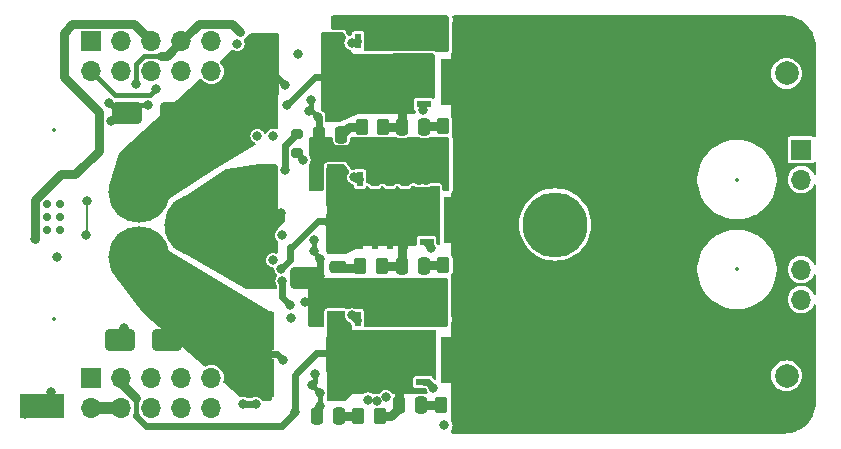
<source format=gtl>
%TF.GenerationSoftware,KiCad,Pcbnew,8.0.1*%
%TF.CreationDate,2024-08-04T15:08:54+01:00*%
%TF.ProjectId,driver_module,64726976-6572-45f6-9d6f-64756c652e6b,1*%
%TF.SameCoordinates,Original*%
%TF.FileFunction,Copper,L1,Top*%
%TF.FilePolarity,Positive*%
%FSLAX46Y46*%
G04 Gerber Fmt 4.6, Leading zero omitted, Abs format (unit mm)*
G04 Created by KiCad (PCBNEW 8.0.1) date 2024-08-04 15:08:54*
%MOMM*%
%LPD*%
G01*
G04 APERTURE LIST*
G04 Aperture macros list*
%AMRoundRect*
0 Rectangle with rounded corners*
0 $1 Rounding radius*
0 $2 $3 $4 $5 $6 $7 $8 $9 X,Y pos of 4 corners*
0 Add a 4 corners polygon primitive as box body*
4,1,4,$2,$3,$4,$5,$6,$7,$8,$9,$2,$3,0*
0 Add four circle primitives for the rounded corners*
1,1,$1+$1,$2,$3*
1,1,$1+$1,$4,$5*
1,1,$1+$1,$6,$7*
1,1,$1+$1,$8,$9*
0 Add four rect primitives between the rounded corners*
20,1,$1+$1,$2,$3,$4,$5,0*
20,1,$1+$1,$4,$5,$6,$7,0*
20,1,$1+$1,$6,$7,$8,$9,0*
20,1,$1+$1,$8,$9,$2,$3,0*%
G04 Aperture macros list end*
%TA.AperFunction,ComponentPad*%
%ADD10R,2.000000X2.000000*%
%TD*%
%TA.AperFunction,ComponentPad*%
%ADD11C,2.000000*%
%TD*%
%TA.AperFunction,SMDPad,CuDef*%
%ADD12RoundRect,0.250000X0.262500X0.450000X-0.262500X0.450000X-0.262500X-0.450000X0.262500X-0.450000X0*%
%TD*%
%TA.AperFunction,SMDPad,CuDef*%
%ADD13RoundRect,0.200000X-0.275000X0.200000X-0.275000X-0.200000X0.275000X-0.200000X0.275000X0.200000X0*%
%TD*%
%TA.AperFunction,SMDPad,CuDef*%
%ADD14RoundRect,0.250000X0.250000X0.475000X-0.250000X0.475000X-0.250000X-0.475000X0.250000X-0.475000X0*%
%TD*%
%TA.AperFunction,SMDPad,CuDef*%
%ADD15RoundRect,0.250000X1.000000X0.650000X-1.000000X0.650000X-1.000000X-0.650000X1.000000X-0.650000X0*%
%TD*%
%TA.AperFunction,SMDPad,CuDef*%
%ADD16RoundRect,0.250000X0.325000X0.650000X-0.325000X0.650000X-0.325000X-0.650000X0.325000X-0.650000X0*%
%TD*%
%TA.AperFunction,SMDPad,CuDef*%
%ADD17R,0.610000X1.270000*%
%TD*%
%TA.AperFunction,SMDPad,CuDef*%
%ADD18R,3.910000X3.810000*%
%TD*%
%TA.AperFunction,SMDPad,CuDef*%
%ADD19R,0.610000X1.020000*%
%TD*%
%TA.AperFunction,ComponentPad*%
%ADD20C,5.500000*%
%TD*%
%TA.AperFunction,ComponentPad*%
%ADD21C,5.200000*%
%TD*%
%TA.AperFunction,SMDPad,CuDef*%
%ADD22R,1.270000X0.610000*%
%TD*%
%TA.AperFunction,SMDPad,CuDef*%
%ADD23R,3.810000X3.910000*%
%TD*%
%TA.AperFunction,SMDPad,CuDef*%
%ADD24R,1.020000X0.610000*%
%TD*%
%TA.AperFunction,SMDPad,CuDef*%
%ADD25RoundRect,0.250000X0.362500X1.425000X-0.362500X1.425000X-0.362500X-1.425000X0.362500X-1.425000X0*%
%TD*%
%TA.AperFunction,SMDPad,CuDef*%
%ADD26RoundRect,0.250000X-0.475000X0.250000X-0.475000X-0.250000X0.475000X-0.250000X0.475000X0.250000X0*%
%TD*%
%TA.AperFunction,SMDPad,CuDef*%
%ADD27R,3.800000X2.000000*%
%TD*%
%TA.AperFunction,SMDPad,CuDef*%
%ADD28RoundRect,0.250000X-1.000000X-0.650000X1.000000X-0.650000X1.000000X0.650000X-1.000000X0.650000X0*%
%TD*%
%TA.AperFunction,ComponentPad*%
%ADD29R,1.700000X1.700000*%
%TD*%
%TA.AperFunction,ComponentPad*%
%ADD30O,1.700000X1.700000*%
%TD*%
%TA.AperFunction,ComponentPad*%
%ADD31C,0.700000*%
%TD*%
%TA.AperFunction,ViaPad*%
%ADD32C,0.700000*%
%TD*%
%TA.AperFunction,ViaPad*%
%ADD33C,0.800000*%
%TD*%
%TA.AperFunction,ViaPad*%
%ADD34C,1.000000*%
%TD*%
%TA.AperFunction,Conductor*%
%ADD35C,0.400000*%
%TD*%
%TA.AperFunction,Conductor*%
%ADD36C,0.600000*%
%TD*%
%TA.AperFunction,Conductor*%
%ADD37C,0.800000*%
%TD*%
%TA.AperFunction,Conductor*%
%ADD38C,0.300000*%
%TD*%
%TA.AperFunction,Conductor*%
%ADD39C,0.200000*%
%TD*%
%TA.AperFunction,Conductor*%
%ADD40C,1.000000*%
%TD*%
%ADD41C,0.300000*%
%ADD42C,0.350000*%
G04 APERTURE END LIST*
D10*
%TO.P,C6,1*%
%TO.N,VMOT*%
X174500000Y-87200000D03*
D11*
%TO.P,C6,2*%
%TO.N,GND*%
X179500000Y-87200000D03*
%TD*%
D12*
%TO.P,R86,1*%
%TO.N,VMOT*%
X152032450Y-115241269D03*
%TO.P,R86,2*%
%TO.N,Net-(C101-Pad1)*%
X150207450Y-115241269D03*
%TD*%
D13*
%TO.P,TH1,1*%
%TO.N,+3V3*%
X138009999Y-92300000D03*
%TO.P,TH1,2*%
%TO.N,/TH1_SENSE*%
X138009999Y-93950000D03*
%TD*%
D14*
%TO.P,C106,1*%
%TO.N,Net-(C106-Pad1)*%
X148818732Y-103519951D03*
%TO.P,C106,2*%
%TO.N,/B_P*%
X146918732Y-103519951D03*
%TD*%
D15*
%TO.P,D9,1,A1*%
%TO.N,/C_N*%
X127696268Y-90540050D03*
%TO.P,D9,2,A2*%
%TO.N,GND*%
X123696268Y-90540050D03*
%TD*%
D16*
%TO.P,C77,1*%
%TO.N,VMOT*%
X153109950Y-105816268D03*
%TO.P,C77,2*%
%TO.N,GND*%
X150159950Y-105816268D03*
%TD*%
D12*
%TO.P,R91,1*%
%TO.N,VMOT*%
X152243768Y-103400051D03*
%TO.P,R91,2*%
%TO.N,Net-(C106-Pad1)*%
X150418768Y-103400051D03*
%TD*%
D17*
%TO.P,AL2,1,S*%
%TO.N,GND*%
X146989950Y-107966767D03*
X145719950Y-107966767D03*
X144449950Y-107966767D03*
%TO.P,AL2,2,G*%
%TO.N,/2AGL*%
X143179950Y-107966767D03*
D18*
%TO.P,AL2,3,D*%
%TO.N,/A_P*%
X145084950Y-111326767D03*
D19*
X146989950Y-113431767D03*
X145719950Y-113431767D03*
X144449950Y-113431767D03*
X143179950Y-113431767D03*
%TD*%
D20*
%TO.P,J21,1,Pin_1*%
%TO.N,GND*%
X159900000Y-100000000D03*
%TO.P,J21,2,Pin_2*%
%TO.N,VMOT*%
X167100000Y-100000000D03*
%TD*%
D14*
%TO.P,C101,1*%
%TO.N,Net-(C101-Pad1)*%
X148591269Y-115250050D03*
%TO.P,C101,2*%
%TO.N,/A_P*%
X146691269Y-115250050D03*
%TD*%
D12*
%TO.P,R88,1*%
%TO.N,VMOT*%
X152221232Y-91679950D03*
%TO.P,R88,2*%
%TO.N,Net-(C103-Pad1)*%
X150396232Y-91679950D03*
%TD*%
D21*
%TO.P,J19,1,Pin_1*%
%TO.N,/C_N*%
X124650000Y-97250000D03*
%TO.P,J19,2,Pin_2*%
%TO.N,/A_N*%
X124650000Y-102750000D03*
%TO.P,J19,3,Pin_3*%
%TO.N,/B_N*%
X129410000Y-100000000D03*
%TD*%
D17*
%TO.P,BL2,1,S*%
%TO.N,GND*%
X147189948Y-96126268D03*
X145919948Y-96126268D03*
X144649948Y-96126268D03*
%TO.P,BL2,2,G*%
%TO.N,/2BGL*%
X143379948Y-96126268D03*
D18*
%TO.P,BL2,3,D*%
%TO.N,/B_P*%
X145284948Y-99486268D03*
D19*
X147189948Y-101591268D03*
X145919948Y-101591268D03*
X144649948Y-101591268D03*
X143379948Y-101591268D03*
%TD*%
D14*
%TO.P,C102,1*%
%TO.N,Net-(C102-Pad1)*%
X141608731Y-116249950D03*
%TO.P,C102,2*%
%TO.N,GND*%
X139708731Y-116249950D03*
%TD*%
D22*
%TO.P,BH2,1,S*%
%TO.N,/B_P*%
X149014950Y-97691268D03*
X149014950Y-98961268D03*
X149014950Y-100231268D03*
%TO.P,BH2,2,G*%
%TO.N,/2BGH*%
X149014950Y-101501268D03*
D23*
%TO.P,BH2,3,D*%
%TO.N,VMOT*%
X152374950Y-99596268D03*
D24*
X154479950Y-97691268D03*
X154479950Y-98961268D03*
X154479950Y-100231268D03*
X154479950Y-101501268D03*
%TD*%
D22*
%TO.P,CH2,1,S*%
%TO.N,/C_P*%
X148764951Y-86011269D03*
X148764951Y-87281269D03*
X148764951Y-88551269D03*
%TO.P,CH2,2,G*%
%TO.N,/2CGH*%
X148764951Y-89821269D03*
D23*
%TO.P,CH2,3,D*%
%TO.N,VMOT*%
X152124951Y-87916269D03*
D24*
X154229951Y-86011269D03*
X154229951Y-87281269D03*
X154229951Y-88551269D03*
X154229951Y-89821269D03*
%TD*%
D17*
%TO.P,CL2,1,S*%
%TO.N,GND*%
X147039950Y-84446268D03*
X145769950Y-84446268D03*
X144499950Y-84446268D03*
%TO.P,CL2,2,G*%
%TO.N,/2CGL*%
X143229950Y-84446268D03*
D18*
%TO.P,CL2,3,D*%
%TO.N,/C_P*%
X145134950Y-87806268D03*
D19*
X147039950Y-89911268D03*
X145769950Y-89911268D03*
X144499950Y-89911268D03*
X143229950Y-89911268D03*
%TD*%
D12*
%TO.P,R87,1*%
%TO.N,/A_P*%
X145071231Y-116219950D03*
%TO.P,R87,2*%
%TO.N,Net-(C102-Pad1)*%
X143246231Y-116219950D03*
%TD*%
D16*
%TO.P,C79,1*%
%TO.N,VMOT*%
X153209951Y-93866267D03*
%TO.P,C79,2*%
%TO.N,GND*%
X150259951Y-93866267D03*
%TD*%
D12*
%TO.P,R90,1*%
%TO.N,/B_P*%
X145243768Y-103525050D03*
%TO.P,R90,2*%
%TO.N,Net-(C105-Pad1)*%
X143418768Y-103525050D03*
%TD*%
%TO.P,R89,1*%
%TO.N,/C_P*%
X145371232Y-91729950D03*
%TO.P,R89,2*%
%TO.N,Net-(C104-Pad1)*%
X143546232Y-91729950D03*
%TD*%
D22*
%TO.P,AH2,1,S*%
%TO.N,/A_P*%
X148739950Y-109541268D03*
X148739950Y-110811268D03*
X148739950Y-112081268D03*
%TO.P,AH2,2,G*%
%TO.N,/2AGH*%
X148739950Y-113351268D03*
D23*
%TO.P,AH2,3,D*%
%TO.N,VMOT*%
X152099950Y-111446268D03*
D24*
X154204950Y-109541268D03*
X154204950Y-110811268D03*
X154204950Y-112081268D03*
X154204950Y-113351268D03*
%TD*%
D25*
%TO.P,R114,1,1*%
%TO.N,/C_P*%
X141452451Y-85481268D03*
%TO.P,R114,2,2*%
%TO.N,/C_N*%
X135527451Y-85481268D03*
%TD*%
D26*
%TO.P,C105,1*%
%TO.N,Net-(C105-Pad1)*%
X141544949Y-103581268D03*
%TO.P,C105,2*%
%TO.N,GND*%
X141544949Y-105481268D03*
%TD*%
D27*
%TO.P,TP71,1,1*%
%TO.N,GND*%
X116500000Y-115400000D03*
%TD*%
D25*
%TO.P,R113,1,1*%
%TO.N,/A_P*%
X141452451Y-109021268D03*
%TO.P,R113,2,2*%
%TO.N,/A_N*%
X135527451Y-109021268D03*
%TD*%
%TO.P,R105,1,1*%
%TO.N,/A_P*%
X141452451Y-112986269D03*
%TO.P,R105,2,2*%
%TO.N,/A_N*%
X135527451Y-112986269D03*
%TD*%
D14*
%TO.P,C104,1*%
%TO.N,Net-(C104-Pad1)*%
X141808732Y-92379950D03*
%TO.P,C104,2*%
%TO.N,GND*%
X139908732Y-92379950D03*
%TD*%
D28*
%TO.P,D8,1,A1*%
%TO.N,/B_N*%
X134753732Y-104559950D03*
%TO.P,D8,2,A2*%
%TO.N,GND*%
X138753732Y-104559950D03*
%TD*%
D25*
%TO.P,R5,1,1*%
%TO.N,/B_P*%
X141117500Y-96815000D03*
%TO.P,R5,2,2*%
%TO.N,/B_N*%
X135192500Y-96815000D03*
%TD*%
%TO.P,R109,1,1*%
%TO.N,/C_P*%
X141452451Y-89411268D03*
%TO.P,R109,2,2*%
%TO.N,/C_N*%
X135527451Y-89411268D03*
%TD*%
D14*
%TO.P,C103,1*%
%TO.N,Net-(C103-Pad1)*%
X148841268Y-91710050D03*
%TO.P,C103,2*%
%TO.N,/C_P*%
X146941268Y-91710050D03*
%TD*%
D10*
%TO.P,C3,1*%
%TO.N,VMOT*%
X174500000Y-112800000D03*
D11*
%TO.P,C3,2*%
%TO.N,GND*%
X179500000Y-112800000D03*
%TD*%
D25*
%TO.P,R4,1,1*%
%TO.N,/B_P*%
X141117500Y-100755000D03*
%TO.P,R4,2,2*%
%TO.N,/B_N*%
X135192500Y-100755000D03*
%TD*%
D16*
%TO.P,C78,1*%
%TO.N,VMOT*%
X153259950Y-83916268D03*
%TO.P,C78,2*%
%TO.N,GND*%
X150309950Y-83916268D03*
%TD*%
D15*
%TO.P,D18,1,A1*%
%TO.N,/A_N*%
X127040050Y-109738731D03*
%TO.P,D18,2,A2*%
%TO.N,GND*%
X123040050Y-109738731D03*
%TD*%
D29*
%TO.P,J6,1,Pin_1*%
%TO.N,GND*%
X180750000Y-93650000D03*
D30*
%TO.P,J6,2,Pin_2*%
X180750000Y-96190000D03*
%TO.P,J6,3,Pin_3*%
%TO.N,VMOT*%
X180750000Y-98730000D03*
%TO.P,J6,4,Pin_4*%
X180750000Y-101270000D03*
%TO.P,J6,5,Pin_5*%
%TO.N,GND*%
X180750000Y-103810000D03*
%TO.P,J6,6,Pin_6*%
X180750000Y-106350000D03*
%TD*%
D29*
%TO.P,J4,1,Pin_1*%
%TO.N,GND*%
X120650000Y-112960000D03*
D30*
%TO.P,J4,2,Pin_2*%
%TO.N,VMOT*%
X120650000Y-115500000D03*
%TO.P,J4,3,Pin_3*%
%TO.N,/A_P*%
X123190000Y-112960000D03*
%TO.P,J4,4,Pin_4*%
%TO.N,VMOT*%
X123190000Y-115500000D03*
%TO.P,J4,5,Pin_5*%
%TO.N,/B_P*%
X125730000Y-112960000D03*
%TO.P,J4,6,Pin_6*%
%TO.N,A_PWM_H*%
X125730000Y-115500000D03*
%TO.P,J4,7,Pin_7*%
%TO.N,B_PWM_L\u005C*%
X128270000Y-112960000D03*
%TO.P,J4,8,Pin_8*%
%TO.N,A_PWM_L\u005C*%
X128270000Y-115500000D03*
%TO.P,J4,9,Pin_9*%
%TO.N,A_SENSE*%
X130810000Y-112960000D03*
%TO.P,J4,10,Pin_10*%
%TO.N,B_PWM_H*%
X130810000Y-115500000D03*
%TD*%
D29*
%TO.P,J5,1,Pin_1*%
%TO.N,GND*%
X120650000Y-84500000D03*
D30*
%TO.P,J5,2,Pin_2*%
%TO.N,/TH1_SENSE*%
X120650000Y-87040000D03*
%TO.P,J5,3,Pin_3*%
%TO.N,GND*%
X123190000Y-84500000D03*
%TO.P,J5,4,Pin_4*%
%TO.N,B_SENSE*%
X123190000Y-87040000D03*
%TO.P,J5,5,Pin_5*%
%TO.N,+12V*%
X125730000Y-84500000D03*
%TO.P,J5,6,Pin_6*%
%TO.N,C_PWM_L\u005C*%
X125730000Y-87040000D03*
%TO.P,J5,7,Pin_7*%
%TO.N,+3V3*%
X128270000Y-84500000D03*
%TO.P,J5,8,Pin_8*%
%TO.N,C_PWM_H*%
X128270000Y-87040000D03*
%TO.P,J5,9,Pin_9*%
%TO.N,C_SENSE*%
X130810000Y-84500000D03*
%TO.P,J5,10,Pin_10*%
%TO.N,/C_P*%
X130810000Y-87040000D03*
%TD*%
D31*
%TO.P,U3,9,PAD*%
%TO.N,GND*%
X116875002Y-98275001D03*
X116875002Y-99375001D03*
X116875002Y-100475001D03*
X117975000Y-98275001D03*
X117975000Y-99375001D03*
X117975000Y-100475001D03*
%TD*%
D32*
%TO.N,GND*%
X146000000Y-106000000D03*
X141300000Y-106600000D03*
D33*
X122288110Y-91215124D03*
D32*
X140700000Y-106600000D03*
X143200000Y-94500000D03*
X146499999Y-83850000D03*
X149600000Y-95700000D03*
D33*
X140000000Y-114250000D03*
D32*
X146840050Y-107233733D03*
X148899999Y-83850000D03*
X147700000Y-83850000D03*
D33*
X140034952Y-115350000D03*
D32*
X145299999Y-83250000D03*
D33*
X136041567Y-103026795D03*
D32*
X144440050Y-106633733D03*
D33*
X144050000Y-114825000D03*
D32*
X149240050Y-107233733D03*
X143100000Y-106600000D03*
X145040050Y-106633733D03*
X143900000Y-94500000D03*
X148700000Y-95100000D03*
X145100000Y-94500000D03*
X149300000Y-94500000D03*
X146900000Y-95100000D03*
D33*
X139500000Y-101336397D03*
D32*
X145000001Y-82650000D03*
D33*
X145576402Y-114596591D03*
X144842908Y-114919950D03*
D32*
X145100000Y-108000000D03*
X144500000Y-94500000D03*
X146300000Y-94500000D03*
X146900000Y-94500000D03*
X149840050Y-107333733D03*
X144400000Y-82650000D03*
X145299999Y-83850000D03*
X149900000Y-95100000D03*
D33*
X115000000Y-116000000D03*
D32*
X144440050Y-107233733D03*
X149100000Y-108000000D03*
X144699999Y-83250000D03*
D33*
X117200000Y-114200000D03*
D32*
X149000000Y-96300000D03*
X141900000Y-106600000D03*
X148700000Y-94500000D03*
D33*
X139535554Y-112654671D03*
D32*
X149854003Y-108000000D03*
X150500000Y-108000000D03*
X143840050Y-106633733D03*
X149200001Y-82650000D03*
X148400000Y-95700000D03*
X146400000Y-108000000D03*
X140100000Y-106600000D03*
X147099999Y-83250000D03*
X149000000Y-95700000D03*
X145600001Y-82650000D03*
D33*
X125465821Y-89913990D03*
D32*
X147440050Y-107233733D03*
X149240050Y-106633733D03*
X149000000Y-106000000D03*
X145700000Y-95100000D03*
D33*
X133000000Y-84700000D03*
D32*
X147962062Y-82650000D03*
X144699999Y-83850000D03*
X145040050Y-107233733D03*
D33*
X138100000Y-85550000D03*
D32*
X147099999Y-83850000D03*
X149499999Y-83850000D03*
X150600000Y-82650000D03*
X146600000Y-106000000D03*
X143800000Y-82650000D03*
X145100000Y-95100000D03*
X144500000Y-95100000D03*
D33*
X137549998Y-107900000D03*
D32*
X147200000Y-106000000D03*
X148299999Y-83250000D03*
X142500000Y-106600000D03*
D33*
X139254000Y-89463993D03*
D32*
X148640050Y-107233733D03*
D33*
X117722373Y-102755047D03*
D32*
X148640050Y-106633733D03*
X145259950Y-95966267D03*
X147699998Y-83249999D03*
X149300000Y-95100000D03*
X146200000Y-82650000D03*
X145640050Y-106633733D03*
X146840050Y-106633733D03*
X148299999Y-83850000D03*
X145700000Y-94500000D03*
X145899999Y-83850000D03*
X139500000Y-106600000D03*
X146559950Y-95966268D03*
D33*
X138700000Y-106600000D03*
D32*
X145400000Y-106000000D03*
X145899999Y-83250000D03*
X143100000Y-82650000D03*
D33*
X133500000Y-115196000D03*
X134544095Y-115196000D03*
X139090049Y-90400000D03*
D32*
X145640050Y-107233733D03*
X147500000Y-94500000D03*
X149499999Y-83250000D03*
D33*
X139500000Y-107600000D03*
D32*
X150500000Y-95100000D03*
D33*
X139500000Y-102200000D03*
D32*
X147500000Y-95100000D03*
D33*
X136017500Y-92480255D03*
X150524667Y-117015249D03*
X140040050Y-104400000D03*
D32*
X147440050Y-106633733D03*
X142500000Y-82650000D03*
X146240050Y-106633733D03*
D33*
X139854712Y-90893926D03*
D32*
X148606230Y-82650000D03*
X139380000Y-96250102D03*
X147362688Y-82650000D03*
X148040050Y-106633733D03*
X146300000Y-95100000D03*
X148899999Y-83250000D03*
X148040050Y-107233733D03*
X150440050Y-107333733D03*
X148400000Y-96300000D03*
D33*
X122150000Y-89749998D03*
D32*
X148100000Y-95100000D03*
X147800000Y-106000000D03*
D33*
X139300000Y-113600000D03*
D32*
X146240050Y-107233733D03*
D33*
X123400000Y-108800000D03*
X140040050Y-102900000D03*
X136805000Y-100900000D03*
D32*
X146800001Y-82650000D03*
X144800000Y-106000000D03*
X146499999Y-83250000D03*
X148100000Y-94500000D03*
X149900000Y-82650000D03*
D33*
X134700002Y-92496000D03*
D32*
X148400000Y-106000000D03*
D33*
%TO.N,+3V3*%
X124430000Y-88100012D03*
X137034999Y-95400000D03*
X137500000Y-106818535D03*
X136821434Y-104744229D03*
X133200000Y-83700000D03*
%TO.N,/A_P*%
X137900000Y-115900000D03*
X143300000Y-109800000D03*
%TO.N,VMOT*%
X120150000Y-100900000D03*
D34*
X152350000Y-114550000D03*
D33*
X120250000Y-98000000D03*
%TO.N,/2AGH*%
X149600000Y-113800000D03*
%TO.N,/2AGL*%
X142689500Y-107696598D03*
%TO.N,/2BGH*%
X149400000Y-102000000D03*
%TO.N,/2BGL*%
X142900000Y-96000000D03*
%TO.N,/2CGL*%
X142664951Y-84600000D03*
%TO.N,/B_P*%
X143800000Y-98000000D03*
X136734258Y-103748034D03*
%TO.N,/2CGH*%
X148700000Y-90317490D03*
%TO.N,/C_P*%
X137200000Y-89900000D03*
X143600012Y-86300000D03*
%TO.N,/B_N*%
X136700000Y-99000000D03*
%TO.N,/C_N*%
X137000000Y-88200000D03*
%TO.N,/A_N*%
X136850000Y-111500000D03*
%TO.N,/TH1_SENSE*%
X138600000Y-94550000D03*
X126085936Y-88499742D03*
%TO.N,+12V*%
X115857500Y-101242500D03*
%TD*%
D35*
%TO.N,GND*%
X139500000Y-102359950D02*
X140040050Y-102900000D01*
X139535554Y-112654671D02*
X139535554Y-113364446D01*
X123021194Y-91215124D02*
X123696268Y-90540050D01*
X139360786Y-90400000D02*
X139854712Y-90893926D01*
X139254000Y-89463993D02*
X139254000Y-90236049D01*
X139254000Y-90236049D02*
X139090049Y-90400000D01*
D36*
X140040050Y-102900000D02*
X140040050Y-104400000D01*
D35*
X125465821Y-89913990D02*
X124322328Y-89913990D01*
X139350000Y-113600000D02*
X140000000Y-114250000D01*
D36*
X139708731Y-116249950D02*
X139708731Y-115573779D01*
D35*
X122940052Y-90540050D02*
X122150000Y-89749998D01*
X122288110Y-91215124D02*
X123021194Y-91215124D01*
D36*
X134544095Y-115196000D02*
X133500000Y-115196000D01*
X139854712Y-90893926D02*
X139908732Y-90947946D01*
D35*
X123696268Y-90540050D02*
X122940052Y-90540050D01*
X140034952Y-115350000D02*
X140034952Y-114284952D01*
X140034952Y-114284952D02*
X140000000Y-114250000D01*
X139500000Y-102200000D02*
X139500000Y-102359950D01*
X139500000Y-101336397D02*
X139500000Y-102200000D01*
X139535554Y-113364446D02*
X139300000Y-113600000D01*
X124322328Y-89913990D02*
X123696268Y-90540050D01*
D36*
X139908732Y-90947946D02*
X139908732Y-92379950D01*
D35*
X139300000Y-113600000D02*
X139350000Y-113600000D01*
X139090049Y-90400000D02*
X139360786Y-90400000D01*
D36*
%TO.N,+3V3*%
X137034999Y-95400000D02*
X137034999Y-93275000D01*
D35*
X125135000Y-85750000D02*
X124440000Y-86445000D01*
X124440000Y-88090012D02*
X124430000Y-88100012D01*
X124440000Y-86445000D02*
X124440000Y-88090012D01*
D36*
X137034999Y-93275000D02*
X138009999Y-92300000D01*
D37*
X129720000Y-83050000D02*
X128270000Y-84500000D01*
X132550000Y-83050000D02*
X129720000Y-83050000D01*
D38*
X137500000Y-106818535D02*
X137668535Y-106818535D01*
D37*
X127020000Y-85750000D02*
X126530610Y-85750000D01*
D36*
X137500000Y-106818535D02*
X136821434Y-106139969D01*
D37*
X128270000Y-84500000D02*
X127020000Y-85750000D01*
X133200000Y-83700000D02*
X132550000Y-83050000D01*
D35*
X126530610Y-85750000D02*
X125135000Y-85750000D01*
D36*
X136821434Y-106139969D02*
X136821434Y-104744229D01*
%TO.N,/A_P*%
X136750000Y-117050000D02*
X125250000Y-117050000D01*
X137900000Y-115900000D02*
X137900000Y-112700000D01*
X124400000Y-116200000D02*
X124400000Y-116199189D01*
D37*
X123190000Y-113449390D02*
X124460000Y-114719390D01*
D36*
X137900000Y-115900000D02*
X136750000Y-117050000D01*
D37*
X146691269Y-114141269D02*
X146081767Y-113531767D01*
X146691269Y-115250050D02*
X146691269Y-114141269D01*
X146081767Y-113531767D02*
X145719950Y-113531767D01*
D36*
X139700000Y-110900000D02*
X141100000Y-110900000D01*
D37*
X146041319Y-116200000D02*
X145091181Y-116200000D01*
D36*
X124400000Y-116199189D02*
X124460000Y-116139189D01*
X137900000Y-112700000D02*
X139700000Y-110900000D01*
D37*
X145091181Y-116200000D02*
X145071231Y-116219950D01*
D36*
X125250000Y-117050000D02*
X124400000Y-116200000D01*
D35*
X124460000Y-114719390D02*
X124460000Y-116139189D01*
D37*
X146691269Y-115550050D02*
X146041319Y-116200000D01*
X123190000Y-112960000D02*
X123190000Y-113449390D01*
D39*
%TO.N,VMOT*%
X120150000Y-100900000D02*
X120250000Y-100800000D01*
D40*
X120650000Y-115500000D02*
X123190000Y-115500000D01*
D39*
X120250000Y-100800000D02*
X120250000Y-98000000D01*
D36*
%TO.N,/2AGH*%
X149151268Y-113351268D02*
X149600000Y-113800000D01*
D39*
X148849950Y-113316268D02*
X148814950Y-113351268D01*
D36*
X148814950Y-113351268D02*
X149151268Y-113351268D01*
%TO.N,/2AGL*%
X143066767Y-108066767D02*
X142700000Y-107700000D01*
X143179950Y-108066767D02*
X143066767Y-108066767D01*
%TO.N,/2BGH*%
X149014950Y-101501268D02*
X149014950Y-101614950D01*
X149014950Y-101614950D02*
X149400000Y-102000000D01*
%TO.N,/2BGL*%
X143026268Y-96126268D02*
X143379948Y-96126268D01*
X142900000Y-96000000D02*
X143026268Y-96126268D01*
%TO.N,/2CGL*%
X143076218Y-84600000D02*
X143229950Y-84446268D01*
X142664951Y-84600000D02*
X143076218Y-84600000D01*
%TO.N,/B_P*%
X137600000Y-101900000D02*
X139800000Y-99700000D01*
D37*
X146918732Y-101120052D02*
X145284948Y-99486268D01*
X146918732Y-103519951D02*
X146918732Y-101120052D01*
D36*
X137500000Y-102982292D02*
X137500000Y-101900000D01*
D37*
X145248867Y-103519951D02*
X145243768Y-103525050D01*
D36*
X140462500Y-99700000D02*
X141517500Y-100755000D01*
X136734258Y-103748034D02*
X137500000Y-102982292D01*
D37*
X146918732Y-103519951D02*
X145248867Y-103519951D01*
D36*
X137500000Y-101900000D02*
X137600000Y-101900000D01*
X139800000Y-99700000D02*
X140462500Y-99700000D01*
%TO.N,/2CGH*%
X148664951Y-90264951D02*
X148700000Y-90300000D01*
X148664951Y-89821269D02*
X148664951Y-90264951D01*
D37*
%TO.N,/C_P*%
X146941268Y-91710050D02*
X145391132Y-91710050D01*
X146941268Y-89812586D02*
X144934950Y-87806268D01*
X145391132Y-91710050D02*
X145371232Y-91729950D01*
D36*
X141500000Y-87500000D02*
X139600000Y-87500000D01*
D37*
X146941268Y-91710050D02*
X146941268Y-89812586D01*
D36*
X139600000Y-87500000D02*
X137200000Y-89900000D01*
%TO.N,/B_N*%
X136700000Y-99647500D02*
X135592500Y-100755000D01*
X136700000Y-99000000D02*
X136700000Y-99647500D01*
%TO.N,/C_N*%
X135227451Y-86427451D02*
X137000000Y-88200000D01*
X135227451Y-85481268D02*
X135227451Y-86427451D01*
%TO.N,/A_N*%
X136350000Y-111000000D02*
X136850000Y-111500000D01*
X135100000Y-111000000D02*
X136350000Y-111000000D01*
D37*
%TO.N,Net-(C101-Pad1)*%
X148600050Y-115241269D02*
X148591269Y-115250050D01*
X150207450Y-115241269D02*
X148600050Y-115241269D01*
%TO.N,Net-(C102-Pad1)*%
X141638731Y-116219950D02*
X141608731Y-116249950D01*
X143246231Y-116219950D02*
X141638731Y-116219950D01*
%TO.N,Net-(C103-Pad1)*%
X148871368Y-91679950D02*
X148841268Y-91710050D01*
X150396232Y-91679950D02*
X148871368Y-91679950D01*
%TO.N,Net-(C104-Pad1)*%
X142458732Y-91729950D02*
X141808732Y-92379950D01*
X143546232Y-91729950D02*
X142458732Y-91729950D01*
%TO.N,Net-(C105-Pad1)*%
X143243818Y-103700000D02*
X141973783Y-103700000D01*
X141973783Y-103700000D02*
X141818732Y-103544949D01*
X143418768Y-103525050D02*
X143243818Y-103700000D01*
%TO.N,Net-(C106-Pad1)*%
X150418768Y-103400051D02*
X148938632Y-103400051D01*
X148938632Y-103400051D02*
X148818732Y-103519951D01*
D35*
%TO.N,/TH1_SENSE*%
X138600000Y-94550000D02*
X138009999Y-93959999D01*
X138009999Y-93959999D02*
X138009999Y-93950000D01*
X122604000Y-89004000D02*
X125581678Y-89004000D01*
X125581678Y-89004000D02*
X126085936Y-88499742D01*
X120640000Y-87040000D02*
X122604000Y-89004000D01*
D37*
%TO.N,+12V*%
X119000000Y-83050000D02*
X118300000Y-83750000D01*
X118300000Y-83750000D02*
X118300000Y-87496699D01*
X115857500Y-97942500D02*
X115857500Y-101242500D01*
X121250000Y-93750000D02*
X119250000Y-95750000D01*
X125730000Y-84500000D02*
X124280000Y-83050000D01*
X118300000Y-87496699D02*
X121250000Y-90446699D01*
X121250000Y-90446699D02*
X121250000Y-93750000D01*
X119250000Y-95750000D02*
X118050000Y-95750000D01*
X124280000Y-83050000D02*
X119000000Y-83050000D01*
X118050000Y-95750000D02*
X115857500Y-97942500D01*
%TD*%
%TA.AperFunction,Conductor*%
%TO.N,GND*%
G36*
X150722850Y-104511552D02*
G01*
X150778266Y-104566968D01*
X150798550Y-104642668D01*
X150798550Y-107740178D01*
X150803554Y-107795245D01*
X150803555Y-107795251D01*
X150809989Y-107830350D01*
X150824835Y-107883606D01*
X150830918Y-107899647D01*
X150839648Y-107935070D01*
X150845317Y-107981741D01*
X150845318Y-108018246D01*
X150839651Y-108064919D01*
X150830918Y-108100354D01*
X150824834Y-108116396D01*
X150809988Y-108169650D01*
X150803557Y-108204736D01*
X150803556Y-108204745D01*
X150803556Y-108204746D01*
X150798550Y-108259823D01*
X150798550Y-108259829D01*
X150798550Y-108518867D01*
X150778266Y-108594567D01*
X150722850Y-108649983D01*
X150647150Y-108670267D01*
X143836850Y-108670267D01*
X143761150Y-108649983D01*
X143705734Y-108594567D01*
X143685450Y-108518867D01*
X143685450Y-107312018D01*
X143673817Y-107253535D01*
X143673816Y-107253533D01*
X143629503Y-107187216D01*
X143629500Y-107187213D01*
X143563183Y-107142900D01*
X143563181Y-107142899D01*
X143504699Y-107131267D01*
X143504698Y-107131267D01*
X142923969Y-107131267D01*
X142866029Y-107119742D01*
X142846260Y-107111553D01*
X142689500Y-107090916D01*
X142532740Y-107111553D01*
X142379433Y-107175055D01*
X142301733Y-107185284D01*
X142237247Y-107158737D01*
X142236997Y-107159189D01*
X142233150Y-107157051D01*
X142229854Y-107155694D01*
X142227534Y-107153930D01*
X142227532Y-107153928D01*
X142186762Y-107131267D01*
X142147596Y-107109497D01*
X142147595Y-107109496D01*
X142147594Y-107109496D01*
X142080505Y-107089993D01*
X142080503Y-107089992D01*
X142080501Y-107089992D01*
X142022587Y-107081824D01*
X140682373Y-107085436D01*
X140682362Y-107085436D01*
X140639541Y-107090067D01*
X140639532Y-107090069D01*
X140588979Y-107100989D01*
X140579631Y-107103239D01*
X140579628Y-107103240D01*
X140498683Y-107145792D01*
X140498676Y-107145797D01*
X140445638Y-107191235D01*
X140445621Y-107191251D01*
X140427568Y-107208741D01*
X140427568Y-107208742D01*
X140382473Y-107288307D01*
X140382470Y-107288313D01*
X140362412Y-107355229D01*
X140355183Y-107403579D01*
X140353762Y-107413084D01*
X140349315Y-108204736D01*
X140347545Y-108519718D01*
X140326836Y-108595302D01*
X140271109Y-108650406D01*
X140196147Y-108670267D01*
X139161350Y-108670267D01*
X139085650Y-108649983D01*
X139030234Y-108594567D01*
X139009950Y-108518867D01*
X139009950Y-104642668D01*
X139030234Y-104566968D01*
X139085650Y-104511552D01*
X139161350Y-104491268D01*
X150647150Y-104491268D01*
X150722850Y-104511552D01*
G37*
%TD.AperFunction*%
%TD*%
%TA.AperFunction,Conductor*%
%TO.N,/B_N*%
G36*
X136343039Y-94919683D02*
G01*
X136388794Y-94972487D01*
X136400000Y-95023998D01*
X136400000Y-100399284D01*
X136380315Y-100466323D01*
X136374376Y-100474770D01*
X136280464Y-100597157D01*
X136219956Y-100743237D01*
X136219955Y-100743239D01*
X136199318Y-100899998D01*
X136199318Y-100900001D01*
X136219955Y-101056760D01*
X136219956Y-101056762D01*
X136280464Y-101202842D01*
X136374376Y-101325230D01*
X136399570Y-101390399D01*
X136400000Y-101400716D01*
X136400000Y-102339707D01*
X136380315Y-102406746D01*
X136327511Y-102452501D01*
X136258353Y-102462445D01*
X136228548Y-102454268D01*
X136198329Y-102441751D01*
X136198327Y-102441750D01*
X136041568Y-102421113D01*
X136041566Y-102421113D01*
X135884806Y-102441750D01*
X135884804Y-102441751D01*
X135738727Y-102502258D01*
X135613285Y-102598513D01*
X135517030Y-102723955D01*
X135456523Y-102870032D01*
X135456522Y-102870034D01*
X135435885Y-103026793D01*
X135435885Y-103026796D01*
X135456522Y-103183555D01*
X135456523Y-103183557D01*
X135517031Y-103329636D01*
X135613285Y-103455077D01*
X135738726Y-103551331D01*
X135884805Y-103611839D01*
X136020763Y-103629738D01*
X136084657Y-103658003D01*
X136123129Y-103716327D01*
X136126689Y-103740084D01*
X136127515Y-103739976D01*
X136149213Y-103904794D01*
X136149214Y-103904796D01*
X136209722Y-104050875D01*
X136305976Y-104176316D01*
X136305977Y-104176317D01*
X136305979Y-104176319D01*
X136329905Y-104194678D01*
X136371108Y-104251106D01*
X136375263Y-104320852D01*
X136352795Y-104368540D01*
X136296898Y-104441386D01*
X136236390Y-104587466D01*
X136236389Y-104587468D01*
X136215752Y-104744227D01*
X136215752Y-104744230D01*
X136236389Y-104900989D01*
X136236391Y-104900994D01*
X136296895Y-105047065D01*
X136300960Y-105054105D01*
X136299217Y-105055111D01*
X136320503Y-105110161D01*
X136320934Y-105120486D01*
X136320934Y-105376000D01*
X136301249Y-105443039D01*
X136248445Y-105488794D01*
X136196934Y-105500000D01*
X133833071Y-105500000D01*
X133771321Y-105483531D01*
X133121142Y-105110161D01*
X128763571Y-102607793D01*
X128738789Y-102589076D01*
X126868497Y-100766740D01*
X126834219Y-100705858D01*
X126838298Y-100636108D01*
X126847150Y-100616795D01*
X128485454Y-97725667D01*
X128524549Y-97683633D01*
X132076880Y-95315413D01*
X132127486Y-95295927D01*
X134790962Y-94901336D01*
X134809132Y-94899998D01*
X136276003Y-94899998D01*
X136343039Y-94919683D01*
G37*
%TD.AperFunction*%
%TD*%
%TA.AperFunction,Conductor*%
%TO.N,VMOT*%
G36*
X179302777Y-82300655D02*
G01*
X179596701Y-82317162D01*
X179607724Y-82318404D01*
X179895224Y-82367252D01*
X179906018Y-82369715D01*
X180186251Y-82450449D01*
X180196722Y-82454113D01*
X180291044Y-82493183D01*
X180466134Y-82565708D01*
X180476136Y-82570525D01*
X180731354Y-82711578D01*
X180740755Y-82717485D01*
X180978575Y-82886228D01*
X180987254Y-82893149D01*
X181066703Y-82964148D01*
X181204697Y-83087467D01*
X181212532Y-83095302D01*
X181311916Y-83206513D01*
X181406850Y-83312745D01*
X181413771Y-83321424D01*
X181582514Y-83559244D01*
X181588421Y-83568645D01*
X181729474Y-83823863D01*
X181734291Y-83833865D01*
X181845884Y-84103273D01*
X181849551Y-84113752D01*
X181930280Y-84393966D01*
X181932750Y-84404790D01*
X181981594Y-84692270D01*
X181982837Y-84703302D01*
X181999344Y-84997222D01*
X181999500Y-85002773D01*
X181999500Y-92535522D01*
X181980593Y-92593713D01*
X181931093Y-92629677D01*
X181869907Y-92629677D01*
X181830498Y-92605527D01*
X181772765Y-92547794D01*
X181669991Y-92502415D01*
X181669990Y-92502414D01*
X181669988Y-92502414D01*
X181644868Y-92499500D01*
X179855139Y-92499500D01*
X179855136Y-92499501D01*
X179830009Y-92502414D01*
X179727235Y-92547794D01*
X179647794Y-92627235D01*
X179602414Y-92730011D01*
X179599500Y-92755130D01*
X179599500Y-94544860D01*
X179599501Y-94544863D01*
X179602414Y-94569990D01*
X179627591Y-94627009D01*
X179647794Y-94672765D01*
X179727235Y-94752206D01*
X179830009Y-94797585D01*
X179855135Y-94800500D01*
X181644864Y-94800499D01*
X181669991Y-94797585D01*
X181772765Y-94752206D01*
X181830498Y-94694472D01*
X181885013Y-94666697D01*
X181945445Y-94676268D01*
X181988710Y-94719533D01*
X181999500Y-94764478D01*
X181999500Y-95697302D01*
X181980593Y-95755493D01*
X181931093Y-95791457D01*
X181869907Y-95791457D01*
X181820407Y-95755493D01*
X181811879Y-95741430D01*
X181789906Y-95697302D01*
X181732366Y-95581745D01*
X181603872Y-95411593D01*
X181549623Y-95362139D01*
X181446307Y-95267952D01*
X181446300Y-95267946D01*
X181265024Y-95155705D01*
X181265019Y-95155702D01*
X181066195Y-95078678D01*
X180856610Y-95039500D01*
X180643390Y-95039500D01*
X180433804Y-95078678D01*
X180234980Y-95155702D01*
X180234975Y-95155705D01*
X180053699Y-95267946D01*
X180053692Y-95267952D01*
X179896135Y-95411586D01*
X179896131Y-95411589D01*
X179896128Y-95411593D01*
X179896125Y-95411597D01*
X179767635Y-95581743D01*
X179767630Y-95581752D01*
X179672596Y-95772608D01*
X179614244Y-95977688D01*
X179594571Y-96190000D01*
X179614244Y-96402311D01*
X179627292Y-96448168D01*
X179672595Y-96607389D01*
X179767634Y-96798255D01*
X179896128Y-96968407D01*
X179951480Y-97018867D01*
X180053692Y-97112047D01*
X180053699Y-97112053D01*
X180153159Y-97173636D01*
X180234981Y-97224298D01*
X180433802Y-97301321D01*
X180643390Y-97340500D01*
X180856610Y-97340500D01*
X181066198Y-97301321D01*
X181265019Y-97224298D01*
X181446302Y-97112052D01*
X181603872Y-96968407D01*
X181732366Y-96798255D01*
X181811879Y-96638568D01*
X181854741Y-96594907D01*
X181915082Y-96584777D01*
X181969853Y-96612049D01*
X181998134Y-96666307D01*
X181999500Y-96682697D01*
X181999500Y-103317302D01*
X181980593Y-103375493D01*
X181931093Y-103411457D01*
X181869907Y-103411457D01*
X181820407Y-103375493D01*
X181811879Y-103361430D01*
X181732369Y-103201752D01*
X181732366Y-103201745D01*
X181603872Y-103031593D01*
X181518219Y-102953509D01*
X181446307Y-102887952D01*
X181446300Y-102887946D01*
X181265024Y-102775705D01*
X181265019Y-102775702D01*
X181127824Y-102722553D01*
X181066198Y-102698679D01*
X181066197Y-102698678D01*
X181066195Y-102698678D01*
X180856610Y-102659500D01*
X180643390Y-102659500D01*
X180433804Y-102698678D01*
X180234980Y-102775702D01*
X180234975Y-102775705D01*
X180053699Y-102887946D01*
X180053692Y-102887952D01*
X179896135Y-103031586D01*
X179896131Y-103031589D01*
X179896128Y-103031593D01*
X179896125Y-103031597D01*
X179767635Y-103201743D01*
X179767630Y-103201752D01*
X179672596Y-103392608D01*
X179614244Y-103597688D01*
X179614244Y-103597690D01*
X179594571Y-103810000D01*
X179614244Y-104022310D01*
X179672595Y-104227389D01*
X179767634Y-104418255D01*
X179896128Y-104588407D01*
X179937794Y-104626391D01*
X180053692Y-104732047D01*
X180053699Y-104732053D01*
X180120390Y-104773346D01*
X180234981Y-104844298D01*
X180433802Y-104921321D01*
X180643390Y-104960500D01*
X180856610Y-104960500D01*
X181066198Y-104921321D01*
X181265019Y-104844298D01*
X181446302Y-104732052D01*
X181603872Y-104588407D01*
X181732366Y-104418255D01*
X181811879Y-104258568D01*
X181854741Y-104214907D01*
X181915082Y-104204777D01*
X181969853Y-104232049D01*
X181998134Y-104286307D01*
X181999500Y-104302697D01*
X181999500Y-105857302D01*
X181980593Y-105915493D01*
X181931093Y-105951457D01*
X181869907Y-105951457D01*
X181820407Y-105915493D01*
X181811879Y-105901430D01*
X181760526Y-105798299D01*
X181732366Y-105741745D01*
X181603872Y-105571593D01*
X181549623Y-105522139D01*
X181446307Y-105427952D01*
X181446300Y-105427946D01*
X181265024Y-105315705D01*
X181265019Y-105315702D01*
X181066195Y-105238678D01*
X180856610Y-105199500D01*
X180643390Y-105199500D01*
X180433804Y-105238678D01*
X180234980Y-105315702D01*
X180234975Y-105315705D01*
X180053699Y-105427946D01*
X180053692Y-105427952D01*
X179896135Y-105571586D01*
X179896131Y-105571589D01*
X179896128Y-105571593D01*
X179896125Y-105571597D01*
X179767635Y-105741743D01*
X179767630Y-105741752D01*
X179672596Y-105932608D01*
X179614244Y-106137688D01*
X179594571Y-106350000D01*
X179607950Y-106494391D01*
X179614244Y-106562310D01*
X179672595Y-106767389D01*
X179767634Y-106958255D01*
X179896128Y-107128407D01*
X179896135Y-107128413D01*
X180053692Y-107272047D01*
X180053699Y-107272053D01*
X180123408Y-107315215D01*
X180234981Y-107384298D01*
X180433802Y-107461321D01*
X180643390Y-107500500D01*
X180856610Y-107500500D01*
X181066198Y-107461321D01*
X181265019Y-107384298D01*
X181446302Y-107272052D01*
X181603872Y-107128407D01*
X181732366Y-106958255D01*
X181811879Y-106798568D01*
X181854741Y-106754907D01*
X181915082Y-106744777D01*
X181969853Y-106772049D01*
X181998134Y-106826307D01*
X181999500Y-106842697D01*
X181999500Y-114997226D01*
X181999344Y-115002777D01*
X181982837Y-115296697D01*
X181981594Y-115307729D01*
X181932750Y-115595209D01*
X181930280Y-115606033D01*
X181849551Y-115886247D01*
X181845884Y-115896726D01*
X181734291Y-116166134D01*
X181729474Y-116176136D01*
X181588421Y-116431354D01*
X181582514Y-116440755D01*
X181413771Y-116678575D01*
X181406850Y-116687254D01*
X181212540Y-116904689D01*
X181204689Y-116912540D01*
X180987254Y-117106850D01*
X180978575Y-117113771D01*
X180740755Y-117282514D01*
X180731354Y-117288421D01*
X180476136Y-117429474D01*
X180466134Y-117434291D01*
X180196726Y-117545884D01*
X180186247Y-117549551D01*
X179906033Y-117630280D01*
X179895209Y-117632750D01*
X179607729Y-117681594D01*
X179596697Y-117682837D01*
X179302778Y-117699344D01*
X179297227Y-117699500D01*
X151203051Y-117699500D01*
X151144860Y-117680593D01*
X151108896Y-117631093D01*
X151104051Y-117600501D01*
X151104051Y-117545884D01*
X151104050Y-117439849D01*
X151121575Y-117383613D01*
X151149482Y-117343183D01*
X151149485Y-117343179D01*
X151209807Y-117184121D01*
X151230312Y-117015249D01*
X151209807Y-116846377D01*
X151149485Y-116687319D01*
X151121574Y-116646884D01*
X151104050Y-116590649D01*
X151104050Y-112800003D01*
X178194532Y-112800003D01*
X178214363Y-113026684D01*
X178273262Y-113246500D01*
X178369426Y-113452723D01*
X178369434Y-113452737D01*
X178499946Y-113639130D01*
X178499947Y-113639132D01*
X178499950Y-113639135D01*
X178499953Y-113639139D01*
X178660861Y-113800047D01*
X178660864Y-113800049D01*
X178660867Y-113800052D01*
X178660869Y-113800053D01*
X178785131Y-113887061D01*
X178847266Y-113930568D01*
X178847272Y-113930571D01*
X178847276Y-113930573D01*
X179053500Y-114026737D01*
X179053504Y-114026739D01*
X179273308Y-114085635D01*
X179273312Y-114085635D01*
X179273315Y-114085636D01*
X179499997Y-114105468D01*
X179500000Y-114105468D01*
X179500003Y-114105468D01*
X179726684Y-114085636D01*
X179726685Y-114085635D01*
X179726692Y-114085635D01*
X179946496Y-114026739D01*
X180152734Y-113930568D01*
X180339139Y-113800047D01*
X180500047Y-113639139D01*
X180630568Y-113452734D01*
X180726739Y-113246496D01*
X180785635Y-113026692D01*
X180805468Y-112800000D01*
X180785635Y-112573308D01*
X180726739Y-112353504D01*
X180630568Y-112147266D01*
X180500053Y-111960869D01*
X180500052Y-111960867D01*
X180500049Y-111960864D01*
X180500047Y-111960861D01*
X180339139Y-111799953D01*
X180339135Y-111799950D01*
X180339132Y-111799947D01*
X180339130Y-111799946D01*
X180152737Y-111669434D01*
X180152736Y-111669433D01*
X180152734Y-111669432D01*
X180152731Y-111669430D01*
X180152723Y-111669426D01*
X179946499Y-111573262D01*
X179946500Y-111573262D01*
X179873228Y-111553629D01*
X179726692Y-111514365D01*
X179726691Y-111514364D01*
X179726684Y-111514363D01*
X179500003Y-111494532D01*
X179499997Y-111494532D01*
X179273315Y-111514363D01*
X179053499Y-111573262D01*
X178847276Y-111669426D01*
X178847262Y-111669434D01*
X178660869Y-111799946D01*
X178660867Y-111799947D01*
X178499947Y-111960867D01*
X178499946Y-111960869D01*
X178369434Y-112147262D01*
X178369426Y-112147276D01*
X178273262Y-112353499D01*
X178214363Y-112573315D01*
X178194532Y-112799996D01*
X178194532Y-112800003D01*
X151104050Y-112800003D01*
X151104050Y-108259823D01*
X151110483Y-108224725D01*
X151136237Y-108156818D01*
X151154167Y-108009148D01*
X151155278Y-108000001D01*
X151155278Y-107999998D01*
X151136237Y-107843183D01*
X151136235Y-107843177D01*
X151110484Y-107775278D01*
X151104050Y-107740174D01*
X151104050Y-104236885D01*
X151122957Y-104178696D01*
X151124073Y-104177192D01*
X151165629Y-104122393D01*
X151221145Y-103981615D01*
X151223187Y-103964607D01*
X171949500Y-103964607D01*
X171981766Y-104292209D01*
X172045990Y-104615087D01*
X172045993Y-104615100D01*
X172141548Y-104930102D01*
X172267527Y-105234242D01*
X172267540Y-105234269D01*
X172422711Y-105524576D01*
X172454130Y-105571597D01*
X172605607Y-105798298D01*
X172814449Y-106052772D01*
X173047228Y-106285551D01*
X173301702Y-106494393D01*
X173403347Y-106562310D01*
X173575423Y-106677288D01*
X173865730Y-106832459D01*
X173865749Y-106832469D01*
X174169889Y-106958448D01*
X174169891Y-106958448D01*
X174169897Y-106958451D01*
X174484899Y-107054006D01*
X174484902Y-107054006D01*
X174484913Y-107054010D01*
X174807787Y-107118233D01*
X174844188Y-107121818D01*
X175135392Y-107150500D01*
X175135400Y-107150500D01*
X175464608Y-107150500D01*
X175683008Y-107128988D01*
X175792213Y-107118233D01*
X176115087Y-107054010D01*
X176247908Y-107013719D01*
X176430102Y-106958451D01*
X176430104Y-106958449D01*
X176430111Y-106958448D01*
X176734251Y-106832469D01*
X176898312Y-106744777D01*
X177024576Y-106677288D01*
X177143490Y-106597832D01*
X177298298Y-106494393D01*
X177552772Y-106285551D01*
X177785551Y-106052772D01*
X177994393Y-105798298D01*
X178177286Y-105524579D01*
X178332469Y-105234251D01*
X178458448Y-104930111D01*
X178461115Y-104921321D01*
X178554006Y-104615100D01*
X178554005Y-104615100D01*
X178554010Y-104615087D01*
X178618233Y-104292213D01*
X178637110Y-104100551D01*
X178650500Y-103964607D01*
X178650500Y-103635392D01*
X178618233Y-103307790D01*
X178618233Y-103307787D01*
X178554010Y-102984913D01*
X178530360Y-102906949D01*
X178458451Y-102669897D01*
X178454145Y-102659500D01*
X178332469Y-102365749D01*
X178332459Y-102365730D01*
X178177288Y-102075423D01*
X178063380Y-101904949D01*
X177994393Y-101801702D01*
X177785551Y-101547228D01*
X177552772Y-101314449D01*
X177298298Y-101105607D01*
X177153868Y-101009102D01*
X177024576Y-100922711D01*
X176734269Y-100767540D01*
X176734257Y-100767534D01*
X176734251Y-100767531D01*
X176734246Y-100767528D01*
X176734242Y-100767527D01*
X176430102Y-100641548D01*
X176115100Y-100545993D01*
X176115087Y-100545990D01*
X175792213Y-100481767D01*
X175792211Y-100481766D01*
X175464608Y-100449500D01*
X175464600Y-100449500D01*
X175135400Y-100449500D01*
X175135392Y-100449500D01*
X174807790Y-100481766D01*
X174484912Y-100545990D01*
X174484899Y-100545993D01*
X174169897Y-100641548D01*
X173865757Y-100767527D01*
X173865730Y-100767540D01*
X173575423Y-100922711D01*
X173301700Y-101105608D01*
X173047233Y-101314444D01*
X172814444Y-101547233D01*
X172605608Y-101801700D01*
X172422711Y-102075423D01*
X172267540Y-102365730D01*
X172267527Y-102365757D01*
X172141548Y-102669897D01*
X172045993Y-102984899D01*
X172045990Y-102984912D01*
X171981766Y-103307790D01*
X171949500Y-103635392D01*
X171949500Y-103964607D01*
X151223187Y-103964607D01*
X151231768Y-103893153D01*
X151231768Y-102906949D01*
X151221145Y-102818487D01*
X151183313Y-102722553D01*
X151165630Y-102677711D01*
X151165629Y-102677710D01*
X151165629Y-102677709D01*
X151149664Y-102656657D01*
X151124166Y-102623031D01*
X151104071Y-102565239D01*
X151104050Y-102563267D01*
X151104050Y-100000004D01*
X156844693Y-100000004D01*
X156863902Y-100342076D01*
X156863905Y-100342096D01*
X156921293Y-100679858D01*
X156921297Y-100679876D01*
X157016146Y-101009102D01*
X157147265Y-101325652D01*
X157312995Y-101625516D01*
X157312998Y-101625521D01*
X157511265Y-101904953D01*
X157632737Y-102040880D01*
X157739565Y-102160421D01*
X157739578Y-102160434D01*
X157809868Y-102223249D01*
X157995047Y-102388735D01*
X158274479Y-102587002D01*
X158350539Y-102629039D01*
X158574348Y-102752734D01*
X158574347Y-102752734D01*
X158574352Y-102752736D01*
X158890896Y-102883853D01*
X159220130Y-102978704D01*
X159220138Y-102978705D01*
X159220141Y-102978706D01*
X159256673Y-102984913D01*
X159557914Y-103036096D01*
X159557917Y-103036096D01*
X159557923Y-103036097D01*
X159899995Y-103055307D01*
X159900000Y-103055307D01*
X159900005Y-103055307D01*
X160242076Y-103036097D01*
X160242080Y-103036096D01*
X160242086Y-103036096D01*
X160579870Y-102978704D01*
X160909104Y-102883853D01*
X161225648Y-102752736D01*
X161525521Y-102587002D01*
X161804953Y-102388735D01*
X162060428Y-102160428D01*
X162288735Y-101904953D01*
X162487002Y-101625521D01*
X162652736Y-101325648D01*
X162783853Y-101009104D01*
X162878704Y-100679870D01*
X162936096Y-100342086D01*
X162955307Y-100000000D01*
X162936096Y-99657914D01*
X162878704Y-99320130D01*
X162783853Y-98990896D01*
X162652736Y-98674352D01*
X162652734Y-98674347D01*
X162487004Y-98374483D01*
X162487002Y-98374479D01*
X162288735Y-98095047D01*
X162123249Y-97909868D01*
X162060434Y-97839578D01*
X162060421Y-97839565D01*
X161978415Y-97766280D01*
X161804953Y-97611265D01*
X161525521Y-97412998D01*
X161525516Y-97412995D01*
X161225651Y-97247265D01*
X161225652Y-97247265D01*
X160909102Y-97116146D01*
X160579876Y-97021297D01*
X160579858Y-97021293D01*
X160242096Y-96963905D01*
X160242076Y-96963902D01*
X159900005Y-96944693D01*
X159899995Y-96944693D01*
X159557923Y-96963902D01*
X159557903Y-96963905D01*
X159220141Y-97021293D01*
X159220123Y-97021297D01*
X158890897Y-97116146D01*
X158574347Y-97247265D01*
X158274483Y-97412995D01*
X158274479Y-97412998D01*
X157995047Y-97611265D01*
X157969336Y-97634242D01*
X157739578Y-97839565D01*
X157739565Y-97839578D01*
X157578302Y-98020031D01*
X157511265Y-98095047D01*
X157511263Y-98095050D01*
X157312995Y-98374483D01*
X157147265Y-98674347D01*
X157016146Y-98990897D01*
X156921297Y-99320123D01*
X156921293Y-99320141D01*
X156863905Y-99657903D01*
X156863902Y-99657923D01*
X156844693Y-99999995D01*
X156844693Y-100000004D01*
X151104050Y-100000004D01*
X151104050Y-97370117D01*
X151122957Y-97311928D01*
X151127858Y-97305720D01*
X151154267Y-97274897D01*
X151202757Y-97173637D01*
X151223041Y-97097937D01*
X151233451Y-97018867D01*
X151233451Y-96364607D01*
X171949500Y-96364607D01*
X171981766Y-96692209D01*
X172045990Y-97015087D01*
X172045993Y-97015100D01*
X172141548Y-97330102D01*
X172267527Y-97634242D01*
X172267540Y-97634269D01*
X172422711Y-97924576D01*
X172536617Y-98095047D01*
X172605607Y-98198298D01*
X172814449Y-98452772D01*
X173047228Y-98685551D01*
X173301702Y-98894393D01*
X173438561Y-98985839D01*
X173575423Y-99077288D01*
X173865730Y-99232459D01*
X173865749Y-99232469D01*
X174169889Y-99358448D01*
X174169891Y-99358448D01*
X174169897Y-99358451D01*
X174484899Y-99454006D01*
X174484902Y-99454006D01*
X174484913Y-99454010D01*
X174807787Y-99518233D01*
X174844188Y-99521818D01*
X175135392Y-99550500D01*
X175135400Y-99550500D01*
X175464608Y-99550500D01*
X175683008Y-99528988D01*
X175792213Y-99518233D01*
X176115087Y-99454010D01*
X176169610Y-99437470D01*
X176430102Y-99358451D01*
X176430104Y-99358449D01*
X176430111Y-99358448D01*
X176734251Y-99232469D01*
X176876120Y-99156638D01*
X177024576Y-99077288D01*
X177024579Y-99077286D01*
X177298298Y-98894393D01*
X177552772Y-98685551D01*
X177785551Y-98452772D01*
X177994393Y-98198298D01*
X178177286Y-97924579D01*
X178332469Y-97634251D01*
X178458448Y-97330111D01*
X178464371Y-97310588D01*
X178552126Y-97021297D01*
X178554010Y-97015087D01*
X178618233Y-96692213D01*
X178629966Y-96573081D01*
X178650500Y-96364607D01*
X178650500Y-96035392D01*
X178624617Y-95772608D01*
X178618233Y-95707787D01*
X178554010Y-95384913D01*
X178518529Y-95267948D01*
X178458451Y-95069897D01*
X178346863Y-94800498D01*
X178332469Y-94765749D01*
X178307766Y-94719533D01*
X178177288Y-94475423D01*
X178047274Y-94280844D01*
X177994393Y-94201702D01*
X177785551Y-93947228D01*
X177552772Y-93714449D01*
X177298298Y-93505607D01*
X177229868Y-93459883D01*
X177024576Y-93322711D01*
X176734269Y-93167540D01*
X176734257Y-93167534D01*
X176734251Y-93167531D01*
X176734246Y-93167528D01*
X176734242Y-93167527D01*
X176430102Y-93041548D01*
X176115100Y-92945993D01*
X176115087Y-92945990D01*
X176001855Y-92923467D01*
X175792213Y-92881767D01*
X175792211Y-92881766D01*
X175464608Y-92849500D01*
X175464600Y-92849500D01*
X175135400Y-92849500D01*
X175135392Y-92849500D01*
X174807790Y-92881766D01*
X174484912Y-92945990D01*
X174484899Y-92945993D01*
X174169897Y-93041548D01*
X173865757Y-93167527D01*
X173865730Y-93167540D01*
X173575423Y-93322711D01*
X173301700Y-93505608D01*
X173047233Y-93714444D01*
X172814444Y-93947233D01*
X172605608Y-94201700D01*
X172422711Y-94475423D01*
X172267540Y-94765730D01*
X172267527Y-94765757D01*
X172141548Y-95069897D01*
X172045993Y-95384899D01*
X172045990Y-95384912D01*
X171981766Y-95707790D01*
X171949500Y-96035392D01*
X171949500Y-96364607D01*
X151233451Y-96364607D01*
X151233450Y-92742668D01*
X151223040Y-92663598D01*
X151202756Y-92587898D01*
X151187136Y-92543570D01*
X151187135Y-92543568D01*
X151187134Y-92543566D01*
X151153533Y-92494516D01*
X151136245Y-92435824D01*
X151143110Y-92402248D01*
X151170780Y-92332082D01*
X151198609Y-92261514D01*
X151209232Y-92173052D01*
X151209232Y-91186848D01*
X151198609Y-91098386D01*
X151162322Y-91006370D01*
X151143094Y-90957610D01*
X151143093Y-90957609D01*
X151143093Y-90957608D01*
X151124166Y-90932649D01*
X151104071Y-90874858D01*
X151104050Y-90872830D01*
X151104050Y-87200003D01*
X178194532Y-87200003D01*
X178214363Y-87426684D01*
X178273262Y-87646500D01*
X178369426Y-87852723D01*
X178369434Y-87852737D01*
X178499946Y-88039130D01*
X178499947Y-88039132D01*
X178499950Y-88039135D01*
X178499953Y-88039139D01*
X178660861Y-88200047D01*
X178660864Y-88200049D01*
X178660867Y-88200052D01*
X178660869Y-88200053D01*
X178785131Y-88287061D01*
X178847266Y-88330568D01*
X178847272Y-88330571D01*
X178847276Y-88330573D01*
X179053500Y-88426737D01*
X179053504Y-88426739D01*
X179273308Y-88485635D01*
X179273312Y-88485635D01*
X179273315Y-88485636D01*
X179499997Y-88505468D01*
X179500000Y-88505468D01*
X179500003Y-88505468D01*
X179726684Y-88485636D01*
X179726685Y-88485635D01*
X179726692Y-88485635D01*
X179946496Y-88426739D01*
X180152734Y-88330568D01*
X180339139Y-88200047D01*
X180500047Y-88039139D01*
X180630568Y-87852734D01*
X180726739Y-87646496D01*
X180785635Y-87426692D01*
X180805468Y-87200000D01*
X180785635Y-86973308D01*
X180726739Y-86753504D01*
X180630568Y-86547266D01*
X180500053Y-86360869D01*
X180500052Y-86360867D01*
X180500049Y-86360864D01*
X180500047Y-86360861D01*
X180339139Y-86199953D01*
X180339135Y-86199950D01*
X180339132Y-86199947D01*
X180339130Y-86199946D01*
X180152737Y-86069434D01*
X180152736Y-86069433D01*
X180152734Y-86069432D01*
X180152731Y-86069430D01*
X180152723Y-86069426D01*
X179946499Y-85973262D01*
X179946500Y-85973262D01*
X179873228Y-85953629D01*
X179726692Y-85914365D01*
X179726691Y-85914364D01*
X179726684Y-85914363D01*
X179500003Y-85894532D01*
X179499997Y-85894532D01*
X179273315Y-85914363D01*
X179053499Y-85973262D01*
X178847276Y-86069426D01*
X178847262Y-86069434D01*
X178660869Y-86199946D01*
X178660867Y-86199947D01*
X178499947Y-86360867D01*
X178499946Y-86360869D01*
X178369434Y-86547262D01*
X178369426Y-86547276D01*
X178273262Y-86753499D01*
X178214363Y-86973315D01*
X178194532Y-87199996D01*
X178194532Y-87200003D01*
X151104050Y-87200003D01*
X151104050Y-85547832D01*
X151113760Y-85505074D01*
X151124595Y-85482444D01*
X151152757Y-85423637D01*
X151173041Y-85347937D01*
X151183451Y-85268867D01*
X151183450Y-84631939D01*
X151184157Y-84620130D01*
X151185450Y-84609370D01*
X151185450Y-83223166D01*
X151184155Y-83212391D01*
X151183450Y-83200586D01*
X151183450Y-82964148D01*
X151189883Y-82929042D01*
X151193283Y-82920078D01*
X151236237Y-82806818D01*
X151248931Y-82702272D01*
X151255278Y-82650001D01*
X151255278Y-82649998D01*
X151236237Y-82493183D01*
X151236237Y-82493182D01*
X151214022Y-82434605D01*
X151211066Y-82373491D01*
X151244597Y-82322312D01*
X151301806Y-82300616D01*
X151306589Y-82300500D01*
X179252405Y-82300500D01*
X179297227Y-82300500D01*
X179302777Y-82300655D01*
G37*
%TD.AperFunction*%
%TD*%
%TA.AperFunction,Conductor*%
%TO.N,/C_N*%
G36*
X136442289Y-83819685D02*
G01*
X136488044Y-83872489D01*
X136499247Y-83924744D01*
X136484989Y-86291702D01*
X136451654Y-91825279D01*
X136431566Y-91892199D01*
X136378487Y-91937635D01*
X136309270Y-91947161D01*
X136280204Y-91939093D01*
X136174265Y-91895212D01*
X136174260Y-91895210D01*
X136017501Y-91874573D01*
X136017499Y-91874573D01*
X135860739Y-91895210D01*
X135860737Y-91895211D01*
X135714660Y-91955718D01*
X135589218Y-92051973D01*
X135492963Y-92177415D01*
X135470051Y-92232730D01*
X135426209Y-92287134D01*
X135359915Y-92309198D01*
X135292216Y-92291918D01*
X135244606Y-92240781D01*
X135240929Y-92232730D01*
X135224538Y-92193160D01*
X135224538Y-92193159D01*
X135128284Y-92067718D01*
X135002843Y-91971464D01*
X134964831Y-91955719D01*
X134856764Y-91910956D01*
X134856762Y-91910955D01*
X134700003Y-91890318D01*
X134700001Y-91890318D01*
X134543241Y-91910955D01*
X134543239Y-91910956D01*
X134397162Y-91971463D01*
X134271720Y-92067718D01*
X134175465Y-92193160D01*
X134114958Y-92339237D01*
X134114957Y-92339239D01*
X134094320Y-92495998D01*
X134094320Y-92496001D01*
X134114957Y-92652760D01*
X134114958Y-92652762D01*
X134175466Y-92798841D01*
X134271720Y-92924282D01*
X134397161Y-93020536D01*
X134472888Y-93051903D01*
X134527291Y-93095744D01*
X134549356Y-93162038D01*
X134532077Y-93229737D01*
X134489086Y-93272881D01*
X131100000Y-95299999D01*
X127700006Y-97499995D01*
X124962056Y-99455674D01*
X124896062Y-99478622D01*
X124832445Y-99464614D01*
X122838601Y-98420219D01*
X122788349Y-98371675D01*
X122782535Y-98360078D01*
X122118519Y-96842328D01*
X122109682Y-96773019D01*
X122113691Y-96755883D01*
X122989994Y-93932240D01*
X123024968Y-93877281D01*
X129819713Y-87694675D01*
X129882543Y-87664118D01*
X129951923Y-87672381D01*
X129999016Y-87707727D01*
X130063589Y-87786409D01*
X130063590Y-87786410D01*
X130223550Y-87917685D01*
X130406046Y-88015232D01*
X130604066Y-88075300D01*
X130604065Y-88075300D01*
X130622529Y-88077118D01*
X130810000Y-88095583D01*
X131015934Y-88075300D01*
X131213954Y-88015232D01*
X131396450Y-87917685D01*
X131556410Y-87786410D01*
X131687685Y-87626450D01*
X131785232Y-87443954D01*
X131845300Y-87245934D01*
X131865583Y-87040000D01*
X131845300Y-86834066D01*
X131785232Y-86636046D01*
X131687685Y-86453550D01*
X131556410Y-86293590D01*
X131556407Y-86293586D01*
X131554523Y-86291702D01*
X131553851Y-86290471D01*
X131552545Y-86288880D01*
X131552846Y-86288632D01*
X131521038Y-86230379D01*
X131526022Y-86160687D01*
X131558748Y-86112310D01*
X132532191Y-85226564D01*
X132595019Y-85196008D01*
X132664399Y-85204271D01*
X132691125Y-85219906D01*
X132697159Y-85224536D01*
X132697161Y-85224536D01*
X132697163Y-85224538D01*
X132770198Y-85254790D01*
X132843238Y-85285044D01*
X132921619Y-85295363D01*
X132999999Y-85305682D01*
X133000000Y-85305682D01*
X133000001Y-85305682D01*
X133052254Y-85298802D01*
X133156762Y-85285044D01*
X133302841Y-85224536D01*
X133428282Y-85128282D01*
X133524536Y-85002841D01*
X133585044Y-84856762D01*
X133605682Y-84700000D01*
X133585044Y-84543238D01*
X133535762Y-84424263D01*
X133528294Y-84354794D01*
X133559569Y-84292315D01*
X133566840Y-84285126D01*
X134064518Y-83832284D01*
X134127350Y-83801726D01*
X134147970Y-83800000D01*
X136375250Y-83800000D01*
X136442289Y-83819685D01*
G37*
%TD.AperFunction*%
%TD*%
%TA.AperFunction,Conductor*%
%TO.N,/B_P*%
G36*
X142096929Y-94919685D02*
G01*
X142136143Y-94960075D01*
X142446331Y-95475656D01*
X142464024Y-95543249D01*
X142442365Y-95609677D01*
X142438454Y-95615067D01*
X142375464Y-95697157D01*
X142314956Y-95843237D01*
X142314955Y-95843239D01*
X142294318Y-95999998D01*
X142294318Y-96000001D01*
X142314955Y-96156760D01*
X142314956Y-96156762D01*
X142375464Y-96302841D01*
X142471718Y-96428282D01*
X142597159Y-96524536D01*
X142743238Y-96585044D01*
X142766634Y-96588124D01*
X142830527Y-96616387D01*
X142869000Y-96674711D01*
X142874448Y-96711062D01*
X142874448Y-96781020D01*
X142886079Y-96839497D01*
X142886080Y-96839498D01*
X142930395Y-96905820D01*
X142996717Y-96950135D01*
X142996718Y-96950136D01*
X143055195Y-96961767D01*
X143055198Y-96961768D01*
X143055200Y-96961768D01*
X143704698Y-96961768D01*
X143704699Y-96961767D01*
X143719516Y-96958820D01*
X143763177Y-96950136D01*
X143763177Y-96950135D01*
X143763179Y-96950135D01*
X143829500Y-96905820D01*
X143873815Y-96839499D01*
X143876779Y-96824594D01*
X143909162Y-96762684D01*
X143969877Y-96728108D01*
X143997885Y-96724786D01*
X144030976Y-96724653D01*
X144098090Y-96744067D01*
X144144057Y-96796686D01*
X144153088Y-96824456D01*
X144156080Y-96839498D01*
X144200395Y-96905820D01*
X144266717Y-96950135D01*
X144266718Y-96950136D01*
X144325195Y-96961767D01*
X144325198Y-96961768D01*
X144325200Y-96961768D01*
X144974698Y-96961768D01*
X144974699Y-96961767D01*
X144989516Y-96958820D01*
X145033177Y-96950136D01*
X145033177Y-96950135D01*
X145033179Y-96950135D01*
X145099500Y-96905820D01*
X145143815Y-96839499D01*
X145147798Y-96819471D01*
X145180183Y-96757562D01*
X145240899Y-96722988D01*
X145268911Y-96719665D01*
X145299956Y-96719540D01*
X145367073Y-96738954D01*
X145413040Y-96791574D01*
X145422071Y-96819344D01*
X145426080Y-96839498D01*
X145470395Y-96905820D01*
X145536717Y-96950135D01*
X145536718Y-96950136D01*
X145595195Y-96961767D01*
X145595198Y-96961768D01*
X145595200Y-96961768D01*
X146244698Y-96961768D01*
X146244699Y-96961767D01*
X146259516Y-96958820D01*
X146303177Y-96950136D01*
X146303177Y-96950135D01*
X146303179Y-96950135D01*
X146369500Y-96905820D01*
X146413815Y-96839499D01*
X146418817Y-96814351D01*
X146451199Y-96752442D01*
X146511914Y-96717866D01*
X146539923Y-96714544D01*
X146568943Y-96714427D01*
X146636059Y-96733843D01*
X146682024Y-96786464D01*
X146691054Y-96814232D01*
X146696080Y-96839498D01*
X146740395Y-96905820D01*
X146806717Y-96950135D01*
X146806718Y-96950136D01*
X146865195Y-96961767D01*
X146865198Y-96961768D01*
X146865200Y-96961768D01*
X147514698Y-96961768D01*
X147514699Y-96961767D01*
X147529516Y-96958820D01*
X147573177Y-96950136D01*
X147573177Y-96950135D01*
X147573179Y-96950135D01*
X147639500Y-96905820D01*
X147683815Y-96839499D01*
X147689835Y-96809230D01*
X147722220Y-96747321D01*
X147782935Y-96712746D01*
X147810945Y-96709423D01*
X147985769Y-96708719D01*
X148052882Y-96728132D01*
X148061746Y-96734338D01*
X148078665Y-96747321D01*
X148122373Y-96780860D01*
X148122374Y-96780860D01*
X148122375Y-96780861D01*
X148256291Y-96836330D01*
X148383280Y-96853048D01*
X148399999Y-96855250D01*
X148400000Y-96855250D01*
X148400001Y-96855250D01*
X148414977Y-96853278D01*
X148543709Y-96836330D01*
X148652548Y-96791247D01*
X148722017Y-96783779D01*
X148747451Y-96791247D01*
X148856291Y-96836330D01*
X148983280Y-96853048D01*
X148999999Y-96855250D01*
X149000000Y-96855250D01*
X149000001Y-96855250D01*
X149014977Y-96853278D01*
X149143709Y-96836330D01*
X149277625Y-96780861D01*
X149345785Y-96728559D01*
X149410950Y-96703366D01*
X149420744Y-96702938D01*
X150025502Y-96700501D01*
X150092618Y-96719915D01*
X150138585Y-96772535D01*
X150149999Y-96824500D01*
X150149999Y-101625696D01*
X150130314Y-101692735D01*
X150077510Y-101738490D01*
X150008352Y-101748434D01*
X149944796Y-101719409D01*
X149927623Y-101701182D01*
X149876074Y-101634001D01*
X149850880Y-101568831D01*
X149850450Y-101558515D01*
X149850450Y-101176517D01*
X149850449Y-101176515D01*
X149838818Y-101118038D01*
X149838817Y-101118037D01*
X149794502Y-101051715D01*
X149728180Y-101007400D01*
X149728179Y-101007399D01*
X149669702Y-100995768D01*
X149669698Y-100995768D01*
X148360202Y-100995768D01*
X148360197Y-100995768D01*
X148301720Y-101007399D01*
X148301719Y-101007400D01*
X148235397Y-101051715D01*
X148191082Y-101118037D01*
X148191081Y-101118038D01*
X148179450Y-101176515D01*
X148179450Y-101676000D01*
X148159765Y-101743039D01*
X148106961Y-101788794D01*
X148055450Y-101800000D01*
X143650000Y-101800000D01*
X143051445Y-102079326D01*
X142174927Y-102488368D01*
X142122489Y-102500001D01*
X140674000Y-102500000D01*
X140606960Y-102480315D01*
X140561206Y-102427511D01*
X140550000Y-102376000D01*
X140550000Y-95024000D01*
X140569685Y-94956961D01*
X140622489Y-94911206D01*
X140674000Y-94900000D01*
X142029890Y-94900000D01*
X142096929Y-94919685D01*
G37*
%TD.AperFunction*%
%TD*%
%TA.AperFunction,Conductor*%
%TO.N,/A_P*%
G36*
X142090229Y-107306827D02*
G01*
X142136126Y-107359508D01*
X142146256Y-107428639D01*
X142138032Y-107458775D01*
X142104457Y-107539832D01*
X142104455Y-107539837D01*
X142083818Y-107696596D01*
X142083818Y-107696599D01*
X142104455Y-107853358D01*
X142104456Y-107853360D01*
X142164964Y-107999439D01*
X142261218Y-108124880D01*
X142386659Y-108221134D01*
X142532738Y-108281642D01*
X142532743Y-108281642D01*
X142540594Y-108283747D01*
X142539948Y-108286154D01*
X142592375Y-108309340D01*
X142630854Y-108367660D01*
X142634303Y-108381830D01*
X142672448Y-108591524D01*
X142674450Y-108613716D01*
X142674450Y-108621515D01*
X142674450Y-108621517D01*
X142674449Y-108621517D01*
X142686493Y-108682063D01*
X142692835Y-108703605D01*
X142735001Y-108935404D01*
X142735001Y-108935403D01*
X142735002Y-108935405D01*
X149710616Y-108916603D01*
X149777708Y-108936107D01*
X149823605Y-108988788D01*
X149834950Y-109040603D01*
X149834950Y-113027774D01*
X149815265Y-113094813D01*
X149762461Y-113140568D01*
X149693303Y-113150512D01*
X149629747Y-113121487D01*
X149623269Y-113115455D01*
X149611315Y-113103501D01*
X149577830Y-113042178D01*
X149575593Y-113027968D01*
X149575450Y-113026517D01*
X149563818Y-112968038D01*
X149563817Y-112968037D01*
X149519502Y-112901715D01*
X149453180Y-112857400D01*
X149453179Y-112857399D01*
X149394702Y-112845768D01*
X149394698Y-112845768D01*
X148085202Y-112845768D01*
X148085197Y-112845768D01*
X148026720Y-112857399D01*
X148026719Y-112857400D01*
X147960397Y-112901715D01*
X147916082Y-112968037D01*
X147916081Y-112968038D01*
X147904450Y-113026515D01*
X147904450Y-113676020D01*
X147916081Y-113734497D01*
X147916082Y-113734498D01*
X147960397Y-113800820D01*
X148026719Y-113845135D01*
X148026720Y-113845136D01*
X148085197Y-113856767D01*
X148085200Y-113856768D01*
X148085202Y-113856768D01*
X148893047Y-113856768D01*
X148960086Y-113876453D01*
X149005841Y-113929257D01*
X149011569Y-113949254D01*
X149012852Y-113948911D01*
X149014954Y-113956758D01*
X149075464Y-114102842D01*
X149086161Y-114116782D01*
X149111355Y-114181951D01*
X149097317Y-114250396D01*
X149048503Y-114300385D01*
X148987785Y-114316268D01*
X146179367Y-114316268D01*
X146112328Y-114296583D01*
X146080991Y-114267755D01*
X146067671Y-114250396D01*
X146004684Y-114168309D01*
X145879243Y-114072055D01*
X145733164Y-114011547D01*
X145733162Y-114011546D01*
X145576403Y-113990909D01*
X145576401Y-113990909D01*
X145419641Y-114011546D01*
X145419639Y-114011547D01*
X145273562Y-114072054D01*
X145233440Y-114102841D01*
X145148120Y-114168309D01*
X145085437Y-114250000D01*
X145071813Y-114267755D01*
X145015385Y-114308957D01*
X144973437Y-114316268D01*
X144866230Y-114316268D01*
X144850051Y-114315208D01*
X144842908Y-114314268D01*
X144835766Y-114315208D01*
X144819587Y-114316268D01*
X144413440Y-114316268D01*
X144360919Y-114302195D01*
X144360349Y-114303574D01*
X144206762Y-114239956D01*
X144206760Y-114239955D01*
X144050001Y-114219318D01*
X144049999Y-114219318D01*
X143893239Y-114239955D01*
X143893237Y-114239956D01*
X143826125Y-114267755D01*
X143747159Y-114300464D01*
X143747157Y-114300464D01*
X143739652Y-114303574D01*
X143739081Y-114302197D01*
X143686560Y-114316268D01*
X142684951Y-114316268D01*
X142684950Y-114316269D01*
X142072158Y-114929059D01*
X142010835Y-114962544D01*
X141982339Y-114965360D01*
X140706812Y-114943368D01*
X140640122Y-114922530D01*
X140595284Y-114868945D01*
X140584950Y-114819386D01*
X140584950Y-114415600D01*
X140586011Y-114399415D01*
X140587490Y-114388185D01*
X140605682Y-114250000D01*
X140601643Y-114219318D01*
X140586011Y-114100579D01*
X140584950Y-114084394D01*
X140584950Y-113691258D01*
X140571084Y-113150512D01*
X140534998Y-111743157D01*
X140534960Y-111739391D01*
X140559259Y-107414238D01*
X140579320Y-107347312D01*
X140632380Y-107301854D01*
X140682920Y-107290936D01*
X142023140Y-107287324D01*
X142090229Y-107306827D01*
G37*
%TD.AperFunction*%
%TD*%
%TA.AperFunction,Conductor*%
%TO.N,GND*%
G36*
X150802250Y-82320784D02*
G01*
X150857666Y-82376200D01*
X150877950Y-82451900D01*
X150877951Y-85268867D01*
X150857667Y-85344567D01*
X150802251Y-85399983D01*
X150726551Y-85420267D01*
X149895756Y-85420267D01*
X149820056Y-85399983D01*
X149788044Y-85375263D01*
X149779714Y-85366830D01*
X149699724Y-85322511D01*
X149699725Y-85322511D01*
X149699719Y-85322508D01*
X149632602Y-85303094D01*
X149632600Y-85303093D01*
X149632598Y-85303093D01*
X149607033Y-85299522D01*
X149574673Y-85295003D01*
X149574669Y-85295003D01*
X149574665Y-85295002D01*
X143877389Y-85317957D01*
X143801608Y-85297978D01*
X143745969Y-85242786D01*
X143725380Y-85167168D01*
X143728288Y-85137021D01*
X143735450Y-85101015D01*
X143735450Y-83791519D01*
X143723817Y-83733036D01*
X143723816Y-83733034D01*
X143679503Y-83666717D01*
X143679500Y-83666714D01*
X143613183Y-83622401D01*
X143613181Y-83622400D01*
X143554699Y-83610768D01*
X143554698Y-83610768D01*
X142905202Y-83610768D01*
X142905201Y-83610768D01*
X142846718Y-83622400D01*
X142846716Y-83622401D01*
X142780399Y-83666714D01*
X142780396Y-83666717D01*
X142736083Y-83733034D01*
X142736082Y-83733036D01*
X142724450Y-83791519D01*
X142724450Y-83853710D01*
X142704166Y-83929410D01*
X142648750Y-83984826D01*
X142592812Y-84003815D01*
X142508185Y-84014956D01*
X142498607Y-84017523D01*
X142497812Y-84014557D01*
X142436723Y-84022592D01*
X142364322Y-83992592D01*
X142316621Y-83930411D01*
X142316429Y-83929944D01*
X142221694Y-83698975D01*
X142220086Y-83695161D01*
X142218179Y-83690763D01*
X142184934Y-83637913D01*
X142139186Y-83585117D01*
X142139173Y-83585103D01*
X142121589Y-83567157D01*
X142121587Y-83567156D01*
X142101464Y-83555900D01*
X142041772Y-83522510D01*
X141974733Y-83502825D01*
X141974730Y-83502824D01*
X141928519Y-83496180D01*
X141916835Y-83494500D01*
X141086350Y-83494500D01*
X141010650Y-83474216D01*
X140955234Y-83418800D01*
X140934950Y-83343100D01*
X140934950Y-82451900D01*
X140955234Y-82376200D01*
X141010650Y-82320784D01*
X141086350Y-82300500D01*
X150726550Y-82300500D01*
X150802250Y-82320784D01*
G37*
%TD.AperFunction*%
%TD*%
%TA.AperFunction,Conductor*%
%TO.N,/C_P*%
G36*
X141983874Y-83719685D02*
G01*
X142029629Y-83772489D01*
X142031553Y-83776928D01*
X142181466Y-84142423D01*
X142188694Y-84211918D01*
X142165118Y-84264964D01*
X142140415Y-84297158D01*
X142079907Y-84443237D01*
X142079906Y-84443239D01*
X142059269Y-84599998D01*
X142059269Y-84600001D01*
X142079906Y-84756760D01*
X142079907Y-84756762D01*
X142140415Y-84902841D01*
X142236669Y-85028282D01*
X142362110Y-85124536D01*
X142508189Y-85185044D01*
X142508195Y-85185044D01*
X142508196Y-85185045D01*
X142543606Y-85189707D01*
X142607503Y-85217972D01*
X142642146Y-85265590D01*
X142749779Y-85528002D01*
X142749779Y-85528001D01*
X142749780Y-85528002D01*
X149575501Y-85500501D01*
X149642618Y-85519915D01*
X149688585Y-85572535D01*
X149699999Y-85624500D01*
X149699999Y-89243628D01*
X149680314Y-89310667D01*
X149627510Y-89356422D01*
X149558352Y-89366366D01*
X149507109Y-89346730D01*
X149478182Y-89327402D01*
X149478180Y-89327401D01*
X149478178Y-89327400D01*
X149478180Y-89327400D01*
X149419703Y-89315769D01*
X149419699Y-89315769D01*
X148110203Y-89315769D01*
X148110198Y-89315769D01*
X148051721Y-89327400D01*
X148051720Y-89327401D01*
X147985398Y-89371716D01*
X147941083Y-89438038D01*
X147941082Y-89438039D01*
X147929451Y-89496516D01*
X147929451Y-90146021D01*
X147941082Y-90204498D01*
X147941083Y-90204499D01*
X147985398Y-90270821D01*
X148011474Y-90288244D01*
X148051372Y-90314904D01*
X148096177Y-90368515D01*
X148105420Y-90401820D01*
X148113055Y-90459815D01*
X148102289Y-90528850D01*
X148055909Y-90581106D01*
X147990116Y-90600000D01*
X143200000Y-90600000D01*
X142601445Y-90879326D01*
X141724927Y-91288368D01*
X141672489Y-91300001D01*
X140533232Y-91300000D01*
X140466192Y-91280315D01*
X140420438Y-91227511D01*
X140409232Y-91176000D01*
X140409232Y-91149044D01*
X140418671Y-91101591D01*
X140427842Y-91079450D01*
X140439756Y-91050688D01*
X140457896Y-90912900D01*
X140460394Y-90893927D01*
X140460394Y-90893924D01*
X140439756Y-90737165D01*
X140439756Y-90737164D01*
X140379248Y-90591085D01*
X140282994Y-90465644D01*
X140282992Y-90465643D01*
X140282992Y-90465642D01*
X140151106Y-90364443D01*
X140152766Y-90362278D01*
X140113776Y-90321374D01*
X140100000Y-90264570D01*
X140100000Y-83824000D01*
X140119685Y-83756961D01*
X140172489Y-83711206D01*
X140224000Y-83700000D01*
X141916835Y-83700000D01*
X141983874Y-83719685D01*
G37*
%TD.AperFunction*%
%TD*%
%TA.AperFunction,Conductor*%
%TO.N,/A_N*%
G36*
X124760815Y-100345912D02*
G01*
X124771758Y-100353154D01*
X127399994Y-102299996D01*
X127400011Y-102300007D01*
X135839796Y-107363878D01*
X135887155Y-107415249D01*
X135899999Y-107470207D01*
X135899999Y-114776000D01*
X135880314Y-114843039D01*
X135827510Y-114888794D01*
X135775999Y-114900000D01*
X135135030Y-114900000D01*
X135067991Y-114880315D01*
X135036654Y-114851486D01*
X135030172Y-114843039D01*
X134972377Y-114767718D01*
X134846936Y-114671464D01*
X134700857Y-114610956D01*
X134700855Y-114610955D01*
X134544096Y-114590318D01*
X134544094Y-114590318D01*
X134387334Y-114610955D01*
X134387329Y-114610957D01*
X134241258Y-114671461D01*
X134234219Y-114675526D01*
X134233212Y-114673783D01*
X134178163Y-114695069D01*
X134167838Y-114695500D01*
X133876257Y-114695500D01*
X133809218Y-114675815D01*
X133803900Y-114672075D01*
X133802836Y-114671461D01*
X133656765Y-114610957D01*
X133656760Y-114610955D01*
X133500001Y-114590318D01*
X133499999Y-114590318D01*
X133422894Y-114600469D01*
X133343238Y-114610956D01*
X133343237Y-114610956D01*
X133335180Y-114612017D01*
X133334922Y-114610059D01*
X133275774Y-114608642D01*
X133232761Y-114584606D01*
X131851995Y-113398772D01*
X131813962Y-113340160D01*
X131813654Y-113270291D01*
X131814088Y-113268826D01*
X131845300Y-113165934D01*
X131865583Y-112960000D01*
X131845300Y-112754066D01*
X131785232Y-112556046D01*
X131687685Y-112373550D01*
X131635702Y-112310209D01*
X131556410Y-112213589D01*
X131396452Y-112082317D01*
X131396453Y-112082317D01*
X131396450Y-112082315D01*
X131213954Y-111984768D01*
X131015934Y-111924700D01*
X131015932Y-111924699D01*
X131015934Y-111924699D01*
X130810000Y-111904417D01*
X130604067Y-111924699D01*
X130406045Y-111984768D01*
X130357316Y-112010814D01*
X130288913Y-112025054D01*
X130223669Y-112000052D01*
X130218076Y-111995524D01*
X125110048Y-107608629D01*
X125091998Y-107589437D01*
X124419663Y-106701956D01*
X122626771Y-104335338D01*
X122601980Y-104270017D01*
X122601703Y-104255713D01*
X122697634Y-101761514D01*
X122719880Y-101695282D01*
X122750430Y-101664698D01*
X124626844Y-100351208D01*
X124693050Y-100328892D01*
X124760815Y-100345912D01*
G37*
%TD.AperFunction*%
%TD*%
%TA.AperFunction,Conductor*%
%TO.N,GND*%
G36*
X141032532Y-92611552D02*
G01*
X141087948Y-92666968D01*
X141108232Y-92742668D01*
X141108232Y-92909219D01*
X141111086Y-92939649D01*
X141111086Y-92939651D01*
X141155939Y-93067832D01*
X141236580Y-93177098D01*
X141236583Y-93177101D01*
X141291216Y-93217421D01*
X141345850Y-93257743D01*
X141474033Y-93302596D01*
X141496635Y-93304715D01*
X141504463Y-93305450D01*
X141504466Y-93305450D01*
X142113001Y-93305450D01*
X142119682Y-93304823D01*
X142143431Y-93302596D01*
X142271614Y-93257743D01*
X142380882Y-93177100D01*
X142461525Y-93067832D01*
X142506378Y-92939649D01*
X142509232Y-92909216D01*
X142509232Y-92742668D01*
X142529516Y-92666968D01*
X142584932Y-92611552D01*
X142660632Y-92591268D01*
X143069489Y-92591268D01*
X143119492Y-92599763D01*
X143149026Y-92610097D01*
X143199032Y-92627596D01*
X143229463Y-92630450D01*
X143229466Y-92630450D01*
X143863001Y-92630450D01*
X143893431Y-92627596D01*
X143939282Y-92611552D01*
X143972971Y-92599763D01*
X144022975Y-92591268D01*
X144894489Y-92591268D01*
X144944492Y-92599763D01*
X144974026Y-92610097D01*
X145024032Y-92627596D01*
X145054463Y-92630450D01*
X145054466Y-92630450D01*
X145688001Y-92630450D01*
X145718431Y-92627596D01*
X145764282Y-92611552D01*
X145797971Y-92599763D01*
X145847975Y-92591268D01*
X146462450Y-92591268D01*
X146512453Y-92599763D01*
X146546143Y-92611552D01*
X146606568Y-92632696D01*
X146636999Y-92635550D01*
X146637002Y-92635550D01*
X147245537Y-92635550D01*
X147275967Y-92632696D01*
X147336393Y-92611552D01*
X147370082Y-92599763D01*
X147420086Y-92591268D01*
X148362450Y-92591268D01*
X148412453Y-92599763D01*
X148446143Y-92611552D01*
X148506568Y-92632696D01*
X148536999Y-92635550D01*
X148537002Y-92635550D01*
X149145537Y-92635550D01*
X149175967Y-92632696D01*
X149236393Y-92611552D01*
X149270082Y-92599763D01*
X149320086Y-92591268D01*
X150776550Y-92591268D01*
X150852250Y-92611552D01*
X150907666Y-92666968D01*
X150927950Y-92742668D01*
X150927951Y-97018867D01*
X150907667Y-97094567D01*
X150852251Y-97149983D01*
X150776551Y-97170267D01*
X150506899Y-97170267D01*
X150431199Y-97149983D01*
X150375783Y-97094567D01*
X150355499Y-97018867D01*
X150355499Y-96824499D01*
X150355142Y-96821215D01*
X150350714Y-96780413D01*
X150339300Y-96728448D01*
X150336683Y-96717877D01*
X150293350Y-96637338D01*
X150247383Y-96584718D01*
X150247377Y-96584712D01*
X150247373Y-96584706D01*
X150229722Y-96566837D01*
X150229718Y-96566834D01*
X150229717Y-96566833D01*
X150149720Y-96522508D01*
X150138128Y-96519155D01*
X150082601Y-96503093D01*
X150024672Y-96495002D01*
X149419913Y-96497439D01*
X149412590Y-96497614D01*
X149411772Y-96497634D01*
X149406875Y-96497848D01*
X149401973Y-96498062D01*
X149336856Y-96511688D01*
X149336841Y-96511693D01*
X149271681Y-96536884D01*
X149271680Y-96536885D01*
X149220684Y-96565525D01*
X149189797Y-96589225D01*
X149155572Y-96608984D01*
X149108481Y-96628490D01*
X149070303Y-96638720D01*
X149019760Y-96645374D01*
X148980238Y-96645374D01*
X148929695Y-96638720D01*
X148891517Y-96628490D01*
X148826116Y-96601400D01*
X148826092Y-96601390D01*
X148826089Y-96601389D01*
X148826077Y-96601384D01*
X148805355Y-96594074D01*
X148805352Y-96594073D01*
X148805346Y-96594071D01*
X148779912Y-96586603D01*
X148700052Y-96579456D01*
X148700051Y-96579456D01*
X148630585Y-96586923D01*
X148630583Y-96586924D01*
X148573907Y-96601389D01*
X148573899Y-96601392D01*
X148508474Y-96628491D01*
X148470301Y-96638720D01*
X148419762Y-96645374D01*
X148380236Y-96645374D01*
X148329697Y-96638720D01*
X148291522Y-96628490D01*
X148244423Y-96608981D01*
X148210195Y-96589220D01*
X148186848Y-96571305D01*
X148183358Y-96568746D01*
X148179628Y-96566011D01*
X148170744Y-96559791D01*
X148170735Y-96559786D01*
X148109990Y-96530727D01*
X148109985Y-96530725D01*
X148109984Y-96530725D01*
X148052309Y-96514042D01*
X148042868Y-96511311D01*
X147984939Y-96503220D01*
X147810109Y-96503925D01*
X147786733Y-96505354D01*
X147758720Y-96508677D01*
X147681250Y-96534168D01*
X147681237Y-96534173D01*
X147620536Y-96568740D01*
X147620517Y-96568752D01*
X147599491Y-96582494D01*
X147599489Y-96582496D01*
X147540127Y-96652070D01*
X147528110Y-96675044D01*
X147475048Y-96732719D01*
X147400258Y-96756136D01*
X147393956Y-96756267D01*
X146984539Y-96756267D01*
X146908839Y-96735983D01*
X146853423Y-96680567D01*
X146852866Y-96679594D01*
X146850284Y-96675044D01*
X146836793Y-96651272D01*
X146816893Y-96628490D01*
X146790834Y-96598657D01*
X146773162Y-96580764D01*
X146693170Y-96536438D01*
X146693157Y-96536433D01*
X146626066Y-96517024D01*
X146626046Y-96517020D01*
X146568124Y-96508929D01*
X146568112Y-96508928D01*
X146539079Y-96509046D01*
X146515729Y-96510472D01*
X146515713Y-96510474D01*
X146487713Y-96513795D01*
X146410217Y-96539292D01*
X146349520Y-96573859D01*
X146349496Y-96573873D01*
X146328461Y-96587621D01*
X146328459Y-96587622D01*
X146269108Y-96657190D01*
X146269102Y-96657197D01*
X146259773Y-96675036D01*
X146206715Y-96732714D01*
X146131926Y-96756135D01*
X146125615Y-96756267D01*
X145712655Y-96756267D01*
X145636955Y-96735983D01*
X145581539Y-96680567D01*
X145581035Y-96679688D01*
X145567805Y-96656377D01*
X145521838Y-96603757D01*
X145504171Y-96585871D01*
X145504170Y-96585870D01*
X145504169Y-96585869D01*
X145424179Y-96541550D01*
X145424180Y-96541550D01*
X145424174Y-96541547D01*
X145363643Y-96524038D01*
X145357054Y-96522132D01*
X145299134Y-96514042D01*
X145299121Y-96514041D01*
X145268077Y-96514167D01*
X145249898Y-96515278D01*
X145244703Y-96515596D01*
X145244695Y-96515597D01*
X145216688Y-96518919D01*
X145139214Y-96544409D01*
X145139208Y-96544411D01*
X145078506Y-96578977D01*
X145057453Y-96592735D01*
X145057453Y-96592736D01*
X144998793Y-96661488D01*
X144998088Y-96662314D01*
X144991429Y-96675044D01*
X144938367Y-96732719D01*
X144863577Y-96756136D01*
X144857276Y-96756267D01*
X144440769Y-96756267D01*
X144365069Y-96735983D01*
X144309653Y-96680567D01*
X144309098Y-96679597D01*
X144298821Y-96661489D01*
X144252853Y-96608869D01*
X144252839Y-96608854D01*
X144235192Y-96590987D01*
X144235187Y-96590984D01*
X144155197Y-96546661D01*
X144155185Y-96546656D01*
X144088082Y-96527246D01*
X144031102Y-96519288D01*
X144030150Y-96519155D01*
X144030149Y-96519155D01*
X144030135Y-96519153D01*
X144026636Y-96518917D01*
X144025388Y-96518490D01*
X144024797Y-96518408D01*
X144024812Y-96518293D01*
X143952477Y-96493574D01*
X143900924Y-96434546D01*
X143885448Y-96367862D01*
X143885448Y-95471519D01*
X143873815Y-95413036D01*
X143873814Y-95413034D01*
X143829501Y-95346717D01*
X143829498Y-95346714D01*
X143763181Y-95302401D01*
X143763179Y-95302400D01*
X143704697Y-95290768D01*
X143704696Y-95290768D01*
X143055200Y-95290768D01*
X143055199Y-95290768D01*
X142996716Y-95302400D01*
X142996714Y-95302401D01*
X142930397Y-95346714D01*
X142919854Y-95357258D01*
X142917127Y-95354531D01*
X142877637Y-95389160D01*
X142830443Y-95403474D01*
X142761900Y-95412498D01*
X142757837Y-95413034D01*
X142754859Y-95413426D01*
X142677159Y-95403196D01*
X142614984Y-95355488D01*
X142605366Y-95341371D01*
X142444830Y-95074536D01*
X142312231Y-94854135D01*
X142304176Y-94843673D01*
X142283584Y-94816926D01*
X142283583Y-94816925D01*
X142244367Y-94776533D01*
X142234646Y-94767158D01*
X142234647Y-94767158D01*
X142180523Y-94736883D01*
X142154827Y-94722510D01*
X142087788Y-94702825D01*
X142087785Y-94702824D01*
X142041574Y-94696180D01*
X142029890Y-94694500D01*
X140674000Y-94694500D01*
X140673994Y-94694500D01*
X140630319Y-94699196D01*
X140630305Y-94699198D01*
X140578829Y-94710397D01*
X140568625Y-94712890D01*
X140487917Y-94755898D01*
X140487915Y-94755900D01*
X140435115Y-94801651D01*
X140435103Y-94801661D01*
X140417157Y-94819245D01*
X140417156Y-94819247D01*
X140372512Y-94899059D01*
X140372511Y-94899061D01*
X140352824Y-94966104D01*
X140344500Y-95024000D01*
X140344500Y-95173419D01*
X140336004Y-95223423D01*
X140307354Y-95305298D01*
X140307354Y-95305300D01*
X140304500Y-95335730D01*
X140304500Y-97018867D01*
X140284216Y-97094567D01*
X140228800Y-97149983D01*
X140153100Y-97170267D01*
X139236349Y-97170267D01*
X139160649Y-97149983D01*
X139105233Y-97094567D01*
X139084949Y-97018867D01*
X139084949Y-94955825D01*
X139105233Y-94880125D01*
X139116237Y-94863657D01*
X139124533Y-94852845D01*
X139124533Y-94852844D01*
X139124536Y-94852841D01*
X139145736Y-94801661D01*
X139185044Y-94706762D01*
X139186658Y-94694500D01*
X139205682Y-94550000D01*
X139185044Y-94393238D01*
X139183016Y-94388342D01*
X139124537Y-94247160D01*
X139124534Y-94247156D01*
X139116235Y-94236340D01*
X139086244Y-94163935D01*
X139084949Y-94144184D01*
X139084950Y-92742668D01*
X139105234Y-92666968D01*
X139160650Y-92611552D01*
X139236350Y-92591268D01*
X140956832Y-92591268D01*
X141032532Y-92611552D01*
G37*
%TD.AperFunction*%
%TD*%
D41*
X146000000Y-106000000D03*
X141300000Y-106600000D03*
D42*
X122288110Y-91215124D03*
D41*
X140700000Y-106600000D03*
X143200000Y-94500000D03*
X146499999Y-83850000D03*
X149600000Y-95700000D03*
D42*
X140000000Y-114250000D03*
D41*
X146840050Y-107233733D03*
X148899999Y-83850000D03*
X147700000Y-83850000D03*
D42*
X140034952Y-115350000D03*
D41*
X145299999Y-83250000D03*
D42*
X136041567Y-103026795D03*
D41*
X144440050Y-106633733D03*
D42*
X144050000Y-114825000D03*
D41*
X149240050Y-107233733D03*
X143100000Y-106600000D03*
X145040050Y-106633733D03*
X143900000Y-94500000D03*
X148700000Y-95100000D03*
X145100000Y-94500000D03*
X149300000Y-94500000D03*
X146900000Y-95100000D03*
D42*
X139500000Y-101336397D03*
D41*
X145000001Y-82650000D03*
D42*
X145576402Y-114596591D03*
X144842908Y-114919950D03*
D41*
X145100000Y-108000000D03*
X144500000Y-94500000D03*
X146300000Y-94500000D03*
X146900000Y-94500000D03*
X149840050Y-107333733D03*
X144400000Y-82650000D03*
X145299999Y-83850000D03*
X149900000Y-95100000D03*
D42*
X115000000Y-116000000D03*
D41*
X144440050Y-107233733D03*
X149100000Y-108000000D03*
X144699999Y-83250000D03*
D42*
X117200000Y-114200000D03*
D41*
X149000000Y-96300000D03*
X141900000Y-106600000D03*
X148700000Y-94500000D03*
D42*
X139535554Y-112654671D03*
D41*
X149854003Y-108000000D03*
X150500000Y-108000000D03*
X143840050Y-106633733D03*
X149200001Y-82650000D03*
X148400000Y-95700000D03*
X146400000Y-108000000D03*
X140100000Y-106600000D03*
X147099999Y-83250000D03*
X149000000Y-95700000D03*
X145600001Y-82650000D03*
D42*
X125465821Y-89913990D03*
D41*
X147440050Y-107233733D03*
X149240050Y-106633733D03*
X149000000Y-106000000D03*
X145700000Y-95100000D03*
D42*
X133000000Y-84700000D03*
D41*
X147962062Y-82650000D03*
X144699999Y-83850000D03*
X145040050Y-107233733D03*
D42*
X138100000Y-85550000D03*
D41*
X147099999Y-83850000D03*
X149499999Y-83850000D03*
X150600000Y-82650000D03*
X146600000Y-106000000D03*
X143800000Y-82650000D03*
X145100000Y-95100000D03*
X144500000Y-95100000D03*
D42*
X137549998Y-107900000D03*
D41*
X147200000Y-106000000D03*
X148299999Y-83250000D03*
X142500000Y-106600000D03*
D42*
X139254000Y-89463993D03*
D41*
X148640050Y-107233733D03*
D42*
X117722373Y-102755047D03*
D41*
X148640050Y-106633733D03*
X145259950Y-95966267D03*
X147699998Y-83249999D03*
X149300000Y-95100000D03*
X146200000Y-82650000D03*
X145640050Y-106633733D03*
X146840050Y-106633733D03*
X148299999Y-83850000D03*
X145700000Y-94500000D03*
X145899999Y-83850000D03*
X139500000Y-106600000D03*
X146559950Y-95966268D03*
D42*
X138700000Y-106600000D03*
D41*
X145400000Y-106000000D03*
X145899999Y-83250000D03*
X143100000Y-82650000D03*
D42*
X133500000Y-115196000D03*
X134544095Y-115196000D03*
X139090049Y-90400000D03*
D41*
X145640050Y-107233733D03*
X147500000Y-94500000D03*
X149499999Y-83250000D03*
D42*
X139500000Y-107600000D03*
D41*
X150500000Y-95100000D03*
D42*
X139500000Y-102200000D03*
D41*
X147500000Y-95100000D03*
D42*
X136017500Y-92480255D03*
X150524667Y-117015249D03*
X140040050Y-104400000D03*
D41*
X147440050Y-106633733D03*
X142500000Y-82650000D03*
X146240050Y-106633733D03*
D42*
X139854712Y-90893926D03*
D41*
X148606230Y-82650000D03*
X139380000Y-96250102D03*
X147362688Y-82650000D03*
X148040050Y-106633733D03*
X146300000Y-95100000D03*
X148899999Y-83250000D03*
X148040050Y-107233733D03*
X150440050Y-107333733D03*
X148400000Y-96300000D03*
D42*
X122150000Y-89749998D03*
D41*
X148100000Y-95100000D03*
X147800000Y-106000000D03*
D42*
X139300000Y-113600000D03*
D41*
X146240050Y-107233733D03*
D42*
X123400000Y-108800000D03*
X140040050Y-102900000D03*
X136805000Y-100900000D03*
D41*
X146800001Y-82650000D03*
X144800000Y-106000000D03*
X146499999Y-83250000D03*
X148100000Y-94500000D03*
X149900000Y-82650000D03*
D42*
X134700002Y-92496000D03*
D41*
X148400000Y-106000000D03*
D42*
X124430000Y-88100012D03*
X137034999Y-95400000D03*
X137500000Y-106818535D03*
X136821434Y-104744229D03*
X133200000Y-83700000D03*
X137900000Y-115900000D03*
X143300000Y-109800000D03*
X120150000Y-100900000D03*
X152350000Y-114550000D03*
X120250000Y-98000000D03*
X149600000Y-113800000D03*
X142689500Y-107696598D03*
X149400000Y-102000000D03*
X142900000Y-96000000D03*
X142664951Y-84600000D03*
X143800000Y-98000000D03*
X136734258Y-103748034D03*
X148700000Y-90317490D03*
X137200000Y-89900000D03*
X143600012Y-86300000D03*
X136700000Y-99000000D03*
X137000000Y-88200000D03*
X136850000Y-111500000D03*
X138600000Y-94550000D03*
X126085936Y-88499742D03*
X115857500Y-101242500D03*
X175300000Y-103800000D03*
X174500000Y-87200000D03*
X179500000Y-87200000D03*
X117500000Y-108000000D03*
X175300000Y-96200000D03*
X159900000Y-100000000D03*
X167100000Y-100000000D03*
X117500000Y-92000000D03*
X124650000Y-97250000D03*
X124650000Y-102750000D03*
X129410000Y-100000000D03*
X174500000Y-112800000D03*
X179500000Y-112800000D03*
X180750000Y-93650000D03*
X180750000Y-96190000D03*
X180750000Y-98730000D03*
X180750000Y-101270000D03*
X180750000Y-103810000D03*
X180750000Y-106350000D03*
X120650000Y-112960000D03*
X120650000Y-115500000D03*
X123190000Y-112960000D03*
X123190000Y-115500000D03*
X125730000Y-112960000D03*
X125730000Y-115500000D03*
X128270000Y-112960000D03*
X128270000Y-115500000D03*
X130810000Y-112960000D03*
X130810000Y-115500000D03*
X120650000Y-84500000D03*
X120650000Y-87040000D03*
X123190000Y-84500000D03*
X123190000Y-87040000D03*
X125730000Y-84500000D03*
X125730000Y-87040000D03*
X128270000Y-84500000D03*
X128270000Y-87040000D03*
X130810000Y-84500000D03*
X130810000Y-87040000D03*
D41*
X116875002Y-98275001D03*
X116875002Y-99375001D03*
X116875002Y-100475001D03*
X117975000Y-98275001D03*
X117975000Y-99375001D03*
X117975000Y-100475001D03*
M02*

</source>
